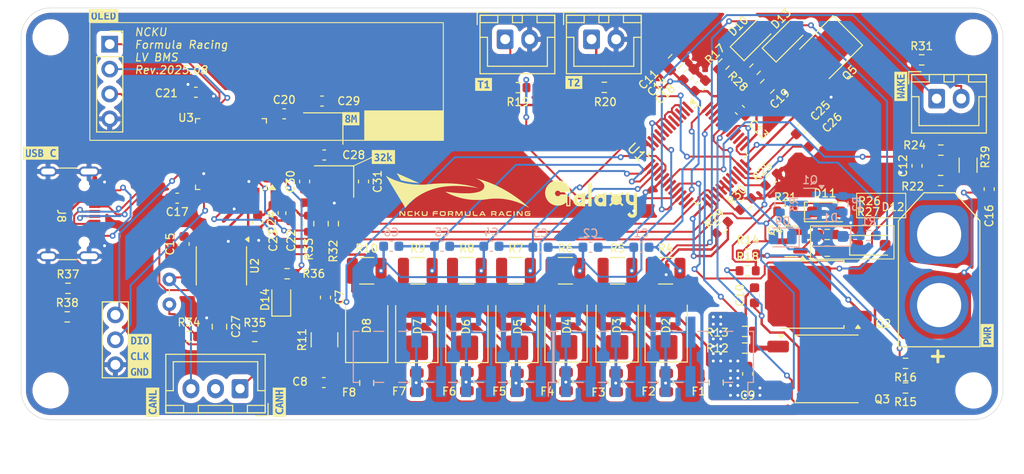
<source format=kicad_pcb>
(kicad_pcb (version 20221018) (generator pcbnew)
  (layers (0 "F.Cu" signal) (31 "B.Cu" signal) (34 "B.Paste" user) (35 "F.Paste" user) (36 "B.SilkS" user "B.Silkscreen") (37 "F.SilkS" user "F.Silkscreen") (38 "B.Mask" user) (39 "F.Mask" user) (44 "Edge.Cuts" user))
  (net 0 "")
  (net 1 "/VC_A7")
  (net 2 "/VC_A6")
  (net 3 "/VC_A5")
  (net 4 "/VC_A4")
  (net 5 "/VC_A3")
  (net 6 "/VC_A2")
  (net 7 "/VC_A1")
  (net 8 "/VC_A0")
  (net 9 "GND")
  (net 10 "/CELL_A7")
  (net 11 "Net-(C10-Pad1)")
  (net 12 "Net-(U1-BAT)")
  (net 13 "Net-(U1-SRN)")
  (net 14 "Net-(U1-SRP)")
  (net 15 "CP1")
  (net 16 "+5V")
  (net 17 "-VDC")
  (net 18 "+3V3")
  (net 19 "Net-(Q5-B)")
  (net 20 "Net-(C27-Pad2)")
  (net 21 "Net-(U3-PD0)")
  (net 22 "Net-(U3-PD1)")
  (net 23 "/LSE_IN")
  (net 24 "/LSE_OUT")
  (net 25 "Net-(D1-K)")
  (net 26 "Net-(D2-A1)")
  (net 27 "Net-(D10-A)")
  (net 28 "Net-(D3-A1)")
  (net 29 "Net-(D4-A1)")
  (net 30 "Net-(D5-A1)")
  (net 31 "Net-(D6-A1)")
  (net 32 "Net-(D7-A1)")
  (net 33 "Net-(D8-A1)")
  (net 34 "Net-(D9-K)")
  (net 35 "Net-(D10-K)")
  (net 36 "Net-(D11-K)")
  (net 37 "Net-(D11-A)")
  (net 38 "Net-(D12-K)")
  (net 39 "Net-(D13-K)")
  (net 40 "CD")
  (net 41 "Net-(D14-A)")
  (net 42 "/CELL_A6")
  (net 43 "/CELL_A5")
  (net 44 "/CELL_A4")
  (net 45 "/CELL_A3")
  (net 46 "/CELL_A2")
  (net 47 "/CELL_A1")
  (net 48 "Net-(J1-Pin_1)")
  (net 49 "Net-(J2-Pin_1)")
  (net 50 "CAN_N")
  (net 52 "CAN_P")
  (net 53 "Net-(J5-Pin_1)")
  (net 54 "Net-(J5-Pin_2)")
  (net 55 "SDA")
  (net 56 "SCL")
  (net 57 "SWDIO")
  (net 58 "SWCLK")
  (net 59 "unconnected-(J8-VBUS-PadA4)")
  (net 60 "Net-(J8-CC1)")
  (net 61 "USB_D+")
  (net 62 "USB_D-")
  (net 64 "Net-(J8-CC2)")
  (net 66 "Net-(JP1-B)")
  (net 67 "Net-(Q1-D)")
  (net 68 "Net-(Q2-G)")
  (net 69 "Net-(Q4-G)")
  (net 70 "DSG")
  (net 71 "Net-(Q5-C)")
  (net 72 "FUSE")
  (net 73 "CHG")
  (net 74 "PACK")
  (net 75 "LD")
  (net 76 "TS1")
  (net 77 "TS3")
  (net 78 "Net-(U1-RST_SHUT)")
  (net 79 "Net-(U1-ALERT)")
  (net 80 "Net-(U1-HDQ)")
  (net 81 "Net-(U1-SCL)")
  (net 82 "Net-(U1-SDA)")
  (net 83 "RUN_LED")
  (net 97 "Net-(Q5-E)")
  (net 98 "CAN_TX")
  (net 99 "CAN_RX")
  (net 124 "Net-(J3-Pin_2)")
  (footprint "kibuzzard-6889FD3D" (layer "F.Cu") (at 83.4 113.3)
    (fp_text reference "kibuzzard-6889FD3D" hide)
    (fp_text value "G***" hide)
  )
  (footprint "Capacitor_SMD:C_0603_1608Metric" (layer "F.Cu") (at 173.6 130.975 90)
    (fp_text reference "C16")
    (fp_text value "100n")
  )
  (footprint "MountingHole:MountingHole_3.2mm_M3_DIN965" (layer "F.Cu") (at 78 115.5)
    (fp_text reference "H1" hide)
    (fp_text value "MountingHole")
  )
  (footprint "Package_SO:SOIC-8_3.9x4.9mm_P1.27mm" (layer "F.Cu") (at 95.4 138.8 -90)
    (fp_text reference "U2")
    (fp_text value "SN65HVD256D")
  )
  (footprint "Resistor_SMD:R_1206_3216Metric" (layer "F.Cu") (at 171.45 128.5375 90)
    (fp_text reference "R39")
    (fp_text value "PMR18EZPJV1L0")
  )
  (footprint "Package_QFP:TQFP-48_7x7mm_P0.5mm" (layer "F.Cu") (at 143.9 127.5 -45)
    (fp_text reference "U1")
    (fp_text value "BQ76942PFBR")
  )
  (footprint "Resistor_SMD:R_0603_1608Metric" (layer "F.Cu") (at 165.075 151.25 180)
    (fp_text reference "R15")
    (fp_text value "10k")
  )
  (footprint "Resistor_SMD:R_0603_1608Metric" (layer "F.Cu") (at 148.8 132.5 45)
    (fp_text reference "R30")
    (fp_text value "1k")
  )
  (footprint "Resistor_SMD:R_1210_3225Metric" (layer "F.Cu") (at 140.6375 139.3)
    (fp_text reference "R4")
    (fp_text value "100R")
  )
  (footprint "Fuse:Fuse_0805_2012Metric" (layer "F.Cu") (at 135.6 150.7 90)
    (fp_text reference "F3")
    (fp_text value "0.5A Fuse")
  )
  (footprint "Fuse:Fuse_0805_2012Metric" (layer "F.Cu") (at 115.3 150.6625 90)
    (fp_text reference "F7")
    (fp_text value "0.5A Fuse")
  )
  (footprint "Connector_PinSocket_2.54mm:PinSocket_1x04_P2.54mm_Vertical" (layer "F.Cu") (at 84.025 116.2)
    (fp_text reference "J6" hide)
    (fp_text value "Conn_OLED")
  )
  (footprint "kibuzzard-6889FD5F" (layer "F.Cu") (at 108.6 123.8)
    (fp_text reference "kibuzzard-6889FD5F" hide)
    (fp_text value "G***" hide)
  )
  (footprint "Resistor_SMD:R_0603_1608Metric" (layer "F.Cu") (at 149.025 137.6025)
    (fp_text reference "R14")
    (fp_text value "10k")
  )
  (footprint "Capacitor_SMD:C_0603_1608Metric" (layer "F.Cu") (at 100.675 133.4 -90)
    (fp_text reference "C23")
    (fp_text value "100n")
  )
  (footprint "Package_TO_SOT_SMD:SOT-23" (layer "F.Cu") (at 153.4375 136.3 180)
    (fp_text reference "Q4")
    (fp_text value "2N7002")
  )
  (footprint "Resistor_SMD:R_0603_1608Metric" (layer "F.Cu") (at 146.4 134.9 -135)
    (fp_text reference "R29")
    (fp_text value "1k")
  )
  (footprint "Crystal:Crystal_SMD_SeikoEpson_FA238-4Pin_3.2x2.5mm" (layer "F.Cu") (at 106.875 130.2 180)
    (fp_text reference "Y2" hide)
    (fp_text value "32.768k")
  )
  (footprint "LED_SMD:LED_0805_2012Metric" (layer "F.Cu") (at 101.5 142.2375 90)
    (fp_text reference "D14")
    (fp_text value "RUN_GREEN")
  )
  (footprint "Fuse:Fuse_0805_2012Metric" (layer "F.Cu") (at 140.7 150.7 90)
    (fp_text reference "F2")
    (fp_text value "0.5A Fuse")
  )
  (footprint "Capacitor_SMD:C_0603_1608Metric" (layer "F.Cu") (at 154.5 124.8 45)
    (fp_text reference "C25")
    (fp_text value "22n")
  )
  (footprint "Capacitor_SMD:C_0603_1608Metric" (layer "F.Cu") (at 155.8 126.1 45)
    (fp_text reference "C26")
    (fp_text value "22n")
  )
  (footprint "kibuzzard-6889FD0D" (layer "F.Cu") (at 87.1 148)
    (fp_text reference "kibuzzard-6889FD0D" hide)
    (fp_text value "G***" hide)
  )
  (footprint "Capacitor_SMD:C_0603_1608Metric" (layer "F.Cu") (at 92.8 121.1 180)
    (fp_text reference "C21")
    (fp_text value "100n")
  )
  (footprint "Capacitor_SMD:C_0603_1608Metric" (layer "F.Cu") (at 148.2 122.9 -45)
    (fp_text reference "C13")
    (fp_text value "470n")
  )
  (footprint "Resistor_SMD:R_0603_1608Metric" (layer "F.Cu") (at 146.5799 118.2201 -135)
    (fp_text reference "R17")
    (fp_text value "100R")
  )
  (footprint "Capacitor_SMD:C_0603_1608Metric" (layer "F.Cu") (at 101.8 123.3)
    (fp_text reference "C20")
    (fp_text value "100n")
  )
  (footprint "Capacitor_SMD:C_0603_1608Metric" (layer "F.Cu") (at 105.65 122 180)
    (fp_text reference "C29")
    (fp_text value "20p")
  )
  (footprint "Diode_SMD:D_SMB" (layer "F.Cu") (at 110.2 145 90)
    (fp_text reference "D8")
    (fp_text value "SMBJ55.0CA")
  )
  (footprint "Connector_JST:JST_XH_B2B-XH-A_1x02_P2.50mm_Vertical" (layer "F.Cu") (at 124.3 115.7)
    (fp_text reference "J1" hide)
    (fp_text value "Conn_T1")
  )
  (footprint "kibuzzard-6889FD6C" (layer "F.Cu") (at 111.9 127.7)
    (fp_text reference "kibuzzard-6889FD6C" hide)
    (fp_text value "G***" hide)
  )
  (footprint "Fuse:Fuse_0805_2012Metric" (layer "F.Cu") (at 130.5 150.6 90)
    (fp_text reference "F4")
    (fp_text value "0.5A Fuse")
  )
  (footprint "Resistor_SMD:R_0603_1608Metric" (layer "F.Cu") (at 149.75 118.75 45)
    (fp_text reference "R28")
    (fp_text value "100R")
  )
  (footprint "Fuse:Fuse_0805_2012Metric" (layer "F.Cu") (at 110.2 150.7375 90)
    (fp_text reference "F8")
    (fp_text value "0.5A Fuse")
  )
  (footprint "Resistor_SMD:R_0603_1608Metric" (layer "F.Cu") (at 166.725 117.8 180)
    (fp_text reference "R31")
    (fp_text value "10k")
  )
  (footprint "Diode_SMD:D_SMB" (layer "F.Cu") (at 140.7 144.95 90)
    (fp_text reference "D2")
    (fp_text value "SMBJ55.0CA")
  )
  (footprint "MountingHole:MountingHole_3.2mm_M3_DIN965" (layer "F.Cu") (at 172 151.5)
    (fp_text reference "H3" hide)
    (fp_text value "MountingHole")
  )
  (footprint "Diode_SMD:D_PowerDI-5" (layer "F.Cu") (at 156.5 117.5 -135)
    (fp_text reference "Q5")
    (fp_text value "DXT5551P5")
  )
  (footprint "Fuse:Fuse_0805_2012Metric" (layer "F.Cu") (at 145.8 150.7 90)
    (fp_text reference "F1")
    (fp_text value "0.5A Fuse")
  )
  (footprint "Resistor_SMD:R_1210_3225Metric" (layer "F.Cu") (at 115.4 139.3)
    (fp_text reference "R9")
    (fp_text value "100R")
  )
  (footprint "Capacitor_SMD:C_0805_2012Metric" (layer "F.Cu") (at 141.623 117.952 45)
    (fp_text reference "C11")
    (fp_text value "1u")
  )
  (footprint "Capacitor_SMD:C_0603_1608Metric" (layer "F.Cu") (at 109.875 130.2 -90)
    (fp_text reference "C31")
    (fp_text value "20p")
  )
  (footprint "Resistor_SMD:R_0603_1608Metric" (layer "F.Cu") (at 148.7 147.1825)
    (fp_text reference "R12")
    (fp_text value "10M")
  )
  (footprint "Capacitor_SMD:C_0603_1608Metric" (layer "F.Cu") (at 99.1 134.375 -90)
    (fp_text reference "C24")
    (fp_text value "100n")
  )
  (footprint "Resistor_SMD:R_0603_1608Metric" (layer "F.Cu") (at 92.1 146)
    (fp_text reference "R34")
    (fp_text value "60R")
  )
  (footprint "Resistor_SMD:R_0603_1608Metric" (layer "F.Cu") (at 157.1 137.3)
    (fp_text reference "R27")
    (fp_text value "10M")
  )
  (footprint "Capacitor_SMD:C_0603_1608Metric" (layer "F.Cu") (at 90.9 131.9)
    (fp_text reference "C17")
    (fp_text value "100n")
  )
  (footprint "Connector_JST:JST_XH_B2B-XH-A_1x02_P2.50mm_Vertical" (layer "F.Cu") (at 133.1 115.7)
    (fp_text reference "J2" hide)
    (fp_text value "Conn_T2")
  )
  (footprint "Diode_SMD:D_SMB" (layer "F.Cu") (at 115.3 145 90)
    (fp_text reference "D7")
    (fp_text value "SMBJ55.0CA")
  )
  (footprint "Capacitor_SMD:C_0603_1608Metric" (layer "F.Cu") (at 149.7 141.8025 -90)
    (fp_text reference "C10")
    (fp_text value "100n")
  )
  (footprint "Resistor_SMD:R_1210_3225Metric" (layer "F.Cu") (at 110.2 139.3)
    (fp_text reference "R10")
    (fp_text value "100R")
  )
  (footprint "Resistor_SMD:R_0603_1608Metric" (layer "F.Cu") (at 168.65 130.1)
    (fp_text reference "R22")
    (fp_text value "100")
  )
  (footprint "Diode_SMD:D_SOD-123F" (layer "F.Cu") (at 157 133.3)
    (fp_text reference "D11")
    (fp_text value "BAT46W-7-F")
  )
  (footprint "Connector_JST:JST_XH_B2B-XH-A_1x02_P2.50mm_Vertical" (layer "F.Cu") (at 168.25 121.75)
    (fp_text reference "J5" hide)
    (fp_text value "Conn_WAKE")
  )
  (footprint "MountingHole:MountingHole_3.2mm_M3_DIN965" (layer "F.Cu") (at 172 115.5)
    (fp_text reference "H2" hide)
    (fp_text value "MountingHole")
  )
  (footprint "Capacitor_SMD:C_0805_2012Metric" (layer "F.Cu") (at 95.2 145 -90)
    (fp_text reference "C27")
    (fp_text value "1u")
  )
  (footprint "Package_QFP:LQFP-48_7x7mm_P0.5mm" (layer "F.Cu") (at 96.375 127.4 180)
    (fp_text reference "U3")
    (fp_text value "STM32F103C8Tx")
  )
  (footprint "Resistor_SMD:R_0603_1608Metric" (layer "F.Cu") (at 157.1 135.6 180)
    (fp_text reference "R26")
    (fp_text value "10k")
  )
  (footprint "Capacitor_SMD:C_0805_2012Metric" (layer "F.Cu") (at 151 120.5 45)
    (fp_text reference "C19")
    (fp_text value "1u")
  )
  (footprint "Resistor_SMD:R_0603_1608Metric" (layer "F.Cu") (at 98.8 146 180)
    (fp_text reference "R35")
    (fp_text value "60R")
  )
  (footprint "Crystal:Crystal_SMD_SeikoEpson_FA238-4Pin_3.2x2.5mm" (layer "F.Cu") (at 105.775 124.8 180)
    (fp_text reference "Y1" hide)
    (fp_text value "8M")
  )
  (footprint "Resistor_SMD:R_0603_1608Metric" (layer "F.Cu") (at 104.29 134.5 -90)
    (fp_text reference "R33")
    (fp_text value "10k")
  )
  (footprint "Resistor_SMD:R_0603_1608Metric" (layer "F.Cu") (at 134.4 120.6)
    (fp_text reference "R20")
    (fp_text value "10k")
  )
  (footprint "Resistor_SMD:R_0603_1608Metric" (layer "F.Cu") (at 79.7 144)
    (fp_text reference "R38")
    (fp_text value "5k1")
  )
  (footprint "Connector_AMASS:AMASS_XT60-M_1x02_P7.20mm_Vertical" (layer "F.Cu") (at 168.5 135.6 -90)
    (fp_text reference "J3" hide)
    (fp_text value "Conn_PWR")
  )
  (footprint "kibuzzard-6889FCBA" (layer "F.Cu") (at 122.1 120.3)
    (fp_text reference "kibuzzard-6889FCBA" hide)
    (fp_text value "G***" hide)
  )
  (footprint "Resistor_SMD:R_1210_3225Metric" (layer "F.Cu") (at 125.4 139.3)
    (fp_text reference "R7")
    (fp_text value "100R")
  )
  (footprint "Resistor_SMD:R_0603_1608Metric" (layer "F.Cu") (at 152.835 133.22)
    (fp_text reference "R21")
    (fp_text value "7k5")
  )
  (footprint "logo:galaxy_logo_10mm" (layer "F.Cu") (at 133.1 132)
    (fp_text reference "G***" hide)
    (fp_text value "LOGO" hide)
  )
  (footprint "Resistor_SMD:R_1210_3225Metric" (layer "F.Cu") (at 135.7375 139.3)
    (fp_text reference "R5")
    (fp_text value "100R")
  )
  (footprint "Resistor_SMD:R_0603_1608Metric" (layer "F.Cu") (at 168.675 127)
    (fp_text reference "R24")
    (fp_text value "100")
  )
  (footprint "Resistor_SMD:R_1210_3225Metric" (layer "F.Cu") (at 120.4 139.3)
    (fp_text reference "R8")
    (fp_text value "100R")
  )
  (footprint "Resistor_SMD:R_0603_1608Metric" (layer "F.Cu") (at 165.075 148.74 180)
    (fp_text reference "R16")
    (fp_text value "10k")
  )
  (footprint "Package_TO_SOT_SMD:TO-252-2" (layer "F.Cu") (at 157.14 149.3025)
    (fp_text reference "Q2")
    (fp_text value "DMN6040SK3")
  )
  (footprint "Resistor_SMD:R_0603_1608Metric" (layer "F.Cu") (at 149 139.3025)
    (fp_text reference "R18")
    (fp_text value "10M")
  )
  (footprint "Diode_SMD:D_SMB" (layer "F.Cu") (at 125.5 145 90)
    (fp_text reference "D5")
    (fp_text value "SMBJ55.0CA")
  )
  (footprint "Capacitor_SMD:C_0603_1608Metric" (layer "F.Cu") (at 144.148 120.452 45)
    (fp_text reference "C18")
    (fp_text value "100p")
  )
  (footprint "Fuse:Fuse_0805_2012Metric" (layer "F.Cu") (at 125.5 150.7 90)
    (fp_text reference "F5")
    (fp_text value "0.5A Fuse")
  )
  (footprint "PCM_Jumper_AKL:Jumper_P2.54mm_D0.7mm" (layer "F.Cu") (at 90.1 140.18 -90)
    (fp_text reference "JP1" hide)
    (fp_text value "Jumper_2_Open")
  )
  (footprint "Diode_SMD:D_SMB" (layer "F.Cu") (at 130.5 144.95 90)
    (fp_text reference "D4")
    (fp_text value "SMBJ55.0CA")
  )
  (footprint "Capacitor_SMD:C_0603_1608Metric" (layer "F.Cu") (at 142.971 119.304 45)
    (fp_text reference "C14")
    (fp_text value "470n")
  )
  (footprint "Fuse:Fuse_0805_2012Metric" (layer "F.Cu") (at 120.4 150.6 90)
    (fp_text reference "F6")
    (fp_text value "0.5A Fuse")
  )
  (footprint "Connector_PinHeader_2.54mm:PinHeader_1x03_P2.54mm_Vertical" (layer "F.Cu") (at 84.6 143.8)
    (fp_text reference "J7" hide)
    (fp_text value "PROG")
  )
  (footprint "Package_TO_SOT_SMD:TO-252-2" (layer "F.Cu") (at 155.5 141.705 180)
    (fp_text reference "Q3")
    (fp_text value "DMN6040SK3")
  )
  (footprint "kibuzzard-6889FCDE" (layer "F.Cu") (at 173.4 145.9 90)
    (fp_text reference "kibuzzard-6889FCDE" hide)
    (fp_text value "G***" hide)
  )
  (footprint "MountingHole:MountingHole_3.2mm_M3_DIN965" (layer "F.Cu") (at 78 151.5)
    (fp_text reference "H4" hide)
    (fp_text value "MountingHole")
  )
  (footprint "Capacitor_SMD:C_0603_1608Metric" (layer "F.Cu") (at 149 149.8075 90)
    (fp_text reference "C9")
    (fp_text value "100n")
  )
  (footprint "Capacitor_SMD:C_0603_1608Metric" (layer "F.Cu") (at 91.6 136.575 90)
    (fp_text reference "C15")
    (fp_text value "100n")
  )
  (footprint "Diode_SMD:D_SMB" (layer "F.Cu") (at 120.4 145 90)
    (fp_text reference "D6")
    (fp_text value "SMBJ55.0CA")
  )
  (footprint "Resistor_SMD:R_0603_1608Metric" (layer "F.Cu") (at 148.7 145.4825)
    (fp_text reference "R13")
    (fp_text value "5k1")
  )
  (footprint "kibuzzard-6889FCCC" (layer "F.Cu") (at 164.6 120.5 90)
    (fp_text reference "kibuzzard-6889FCCC" hide)
    (fp_text value "G***" hide)
  )
  (footprint "Resistor_SMD:R_1210_3225Metric" (layer "F.Cu") (at 130.4375 139.3)
    (fp_text reference "R6")
    (fp_text value "100R")
  )
  (footprint "kibuzzard-6889FD35" (layer "F.Cu") (at 77 127.3)
    (fp_text reference "kibuzzard-6889FD35" hide)
    (fp_text value "G***" hide)
  )
  (footprint "Capacitor_SMD:C_0603_1608Metric" (layer "F.Cu") (at 106 142.025 -90)
    (fp_text reference "C7")
    (fp_text value "220n")
  )
  (footprint "Resistor_SMD:R_0603_1608Metric" (layer "F.Cu") (at 79.775 141.09)
    (fp_text reference "R37")
    (fp_text value "5k1")
  )
  (footprint "Resistor_SMD:R_0603_1608Metric" (layer "F.Cu") (at 151.4 130 -135)
    (fp_text reference "R25")
    (fp_text value "1k")
  )
  (footprint "Connector_USB:USB_C_Receptacle_GCT_USB4105-xx-A_16P_TopMnt_Horizontal" (layer "F.Cu") (at 78.82 133.5 -90)
    (fp_text reference "J8")
    (fp_text value "USB_C_Receptacle_USB2.0_16P")
  )
  (footprint "Diode_SMD:D_SOD-123F" (layer "F.Cu") (at 161.6 136.7)
    (fp_text reference "D12")
    (fp_text value "BAT46W-7-F")
  )
  (footprint "Capacitor_SMD:C_0603_1608Metric" (layer "F.Cu") (at 102.475 133.425 -90)
    (fp_text reference "C22")
    (fp_text value "100n")
  )
  (footprint "logo:nckufs_logo_15mm" (layer "F.Cu") (at 119.5 131.5)
    (fp_text reference "G***" hide)
    (fp_text value "LOGO" hide)
  )
  (footprint "Diode_SMD:D_SMB" (layer "F.Cu") (at 135.7 144.95 90)
    (fp_text reference "D3")
    (fp_text value "SMBJ55.0CA")
  )
  (footprint "Resistor_SMD:R_1210_3225Metric" (layer "F.Cu") (at 105.9 146.3375 90)
    (fp_text reference "R11")
    (fp_text value "100R")
  )
  (footprint "Capacitor_SMD:C_0603_1608Metric" (layer "F.Cu") (at 105.875 127.5)
    (fp_text reference "C28")
    (fp_text value "20p")
  )
  (footprint "kibuzzard-6889FCFB" (layer "F.Cu") (at 88.4 152.7 90)
    (fp_text reference "kibuzzard-6889FCFB" hide)
    (fp_text value "G***" hide)
  )
  (footprint "Capacitor_SMD:C_0603_1608Metric" (layer "F.Cu") (at 166.25 128.6 90)
    (fp_text reference "C12")
    (fp_text value "100n")
  )
  (footprint "Capacitor_SMD:C_0603_1608Metric" (layer "F.Cu") (at 105.825 150.7)
    (fp_text reference "C8")
    (fp_text value "220n")
  )
  (footprint "kibuzzard-6889FCC4" (layer "F.Cu") (at 131.3 120.1)
    (fp_text reference "kibuzzard-6889FCC4" hide)
    (fp_text value "G***" hide)
  )
  (footprint "kibuzzard-6889FCF3" (layer "F.Cu") (at 101.3 152.7 90)
    (fp_text reference "kibuzzard-6889FCF3" hide)
    (fp_text value "G***" hide)
  )
  (footprint "Diode_SMD:D_SOD-123F" (layer "F.Cu") (at 149.4899 115.6101 45)
    (fp_text reference "D10")
    (fp_text value "BAT46W-7-F")
  )
  (footprint "Resistor_SMD:R_0603_1608Metric" (layer "F.Cu") (at 125.65 120.625)
    (fp_text reference "R19")
    (fp_text value "10k")
  )
  (footprint "Connector_JST:JST_XH_B3B-XH-A_1x03_P2.50mm_Vertical" (layer "F.Cu") (at 97.3 151.325 180)
    (fp_text reference "J4" hide)
    (fp_text value "Conn_CAN")
  )
  (footprint "Resistor_SMD:R_0603_1608Metric" (layer "F.Cu") (at 106.8 134.5 -90)
    (fp_text reference "R32")
    (fp_text value "10k")
  )
  (footprint "Capacitor_SMD:C_0603_1608Metric" (layer "F.Cu") (at 103.875 130.2 90)
    (fp_text reference "C30")
    (fp_text value "20p")
  )
  (footprint "Diode_SMD:D_SOD-123F" (layer "F.Cu") (at 152.75 115.75 45)
    (fp_text reference "D13")
    (fp_text value "BAT46W-7-F")
  )
  (footprint "Resistor_SMD:R_0603_1608Metric" (layer "F.Cu") (at 102.1 139.6)
    (fp_text reference "R36")
    (fp_text value "1k")
  )
  (footprint "Resistor_SMD:R_0603_1608Metric" (layer "B.Cu") (at 161.325 135.7 180)
    (fp_text reference "R1")
    (fp_text value "5k1")
  )
  (footprint "Capacitor_SMD:C_0603_1608Metric" (layer "B.Cu") (at 122.9 136.8 180)
    (fp_text reference "C4")
    (fp_text value "220n")
  )
  (footprint "Package_TO_SOT_SMD:SOT-23" (layer "B.Cu") (at 155.3625 132.45 180)
    (fp_text reference "Q1")
    (fp_text value "2N7002")
  )
  (footprint "Connector_PinHeader_2.54mm:PinHeader_2x08_P2.54mm_Vertical_SMD" (layer "B.Cu") (at 119.05 148.075 90)
    (fp_text reference "J10" hide)
    (fp_text value "Conn_02x08_Counter_Clockwise")
  )
  (footprint "Resistor_SMD:R_0603_1608Metric" (layer "B.Cu") (at 158.7 132.5 90)
    (fp_text reference "R2")
    (fp_text value "20k")
  )
  (footprint "Diode_SMD:D_SOD-123F" (layer "B.Cu") (at 157.3 135.8 180)
    (fp_text reference "D1")
    (fp_text value "BZT52C6V2-13-F")
  )
  (footprint "Capacitor_SMD:C_0603_1608Metric" (layer "B.Cu") (at 117.875 136.8 180)
    (fp_text reference "C5")
    (fp_text value "220n")
  )
  (footprint "LED_SMD:LED_0805_2012Metric" (layer "B.Cu") (at 152.5625 135.9 180)
    (fp_text reference "D9")
    (fp_text value "PWR_LED")
  )
  (footprint "Capacitor_SMD:C_0603_1608Metric" (layer "B.Cu") (at 138.175 136.9 180)
    (fp_text reference "C1")
    (fp_text value "220n")
  )
  (footprint "Resistor_SMD:R_0603_1608Metric" (layer "B.Cu") (at 152.3 132.525 90)
    (fp_text reference "R3")
    (fp_text value "10k")
  )
  (footprint "Capacitor_SMD:C_0603_1608Metric" (layer "B.Cu") (at 127.9 136.9 180)
    (fp_text reference "C3")
    (fp_text value "220n")
  )
  (footprint "Connector_PinHeader_2.54mm:PinHeader_2x08_P2.54mm_Vertical_SMD" (layer "B.Cu") (at 139.37 148.075 90)
    (fp_text reference "J9" hide)
    (fp_text value "Conn_02x08_Counter_Clockwise")
  )
  (footprint "Capacitor_SMD:C_0603_1608Metric" (layer "B.Cu") (at 112.7 136.8 180)
    (fp_text reference "C6")
    (fp_text value "220n")
  )
  (footprint "Capacitor_SMD:C_0603_1608Metric" (layer "B.Cu") (at 133 136.9 180)
    (fp_text reference "C2")
    (fp_text value "220n")
  )
  (gr_line (start 110.8 127.7) (end 108.875 128.6) (stroke (width 0.1)) (layer "F.SilkS"))
  (gr_rect (start 155.4 134.7) (end 163.9 138.1) (stroke (width 0.1)) (fill none) (layer "F.SilkS"))
  (gr_rect (start 160.1 131.4) (end 165.1 133.9) (stroke (width 0.1)) (fill none) (layer "F.SilkS"))
  (gr_rect (start 82 114) (end 118 126) (stroke (width 0.1)) (fill none) (layer "F.SilkS"))
  (gr_rect (start 110 123) (end 118 126) (stroke (width 0.1)) (fill solid) (layer "F.SilkS"))
  (gr_line (start 78 112.5) (end 172 112.5) (stroke (width 0.05)) (layer "Edge.Cuts"))
  (gr_line (start 75 151.5) (end 75 115.5) (stroke (width 0.05)) (layer "Edge.Cuts"))
  (gr_line (start 175 115.5) (end 175 151.5) (stroke (width 0.05)) (layer "Edge.Cuts"))
  (gr_arc (start 75 115.5) (mid 75.87868 113.37868) (end 78 112.5) (stroke (width 0.05)) (layer "Edge.Cuts"))
  (gr_line (start 172 154.5) (end 78 154.5) (stroke (width 0.05)) (layer "Edge.Cuts"))
  (gr_arc (start 78 154.5) (mid 75.87868 153.62132) (end 75 151.5) (stroke (width 0.05)) (layer "Edge.Cuts"))
  (gr_arc (start 175 151.5) (mid 174.12132 153.62132) (end 172 154.5) (stroke (width 0.05)) (layer "Edge.Cuts"))
  (gr_arc (start 172 112.5) (mid 174.12132 113.37868) (end 175 115.5) (stroke (width 0.05)) (layer "Edge.Cuts"))
  (gr_text "+" (at 169.5 148.8) (layer "F.SilkS") (effects (font (size 1.5 1.5) (thickness 0.3) bold) (justify left bottom mirror)))
  (gr_text "NCKU\nFormula Racing\nLV BMS\nRev.2025.08" (at 86.5 119.3) (layer "F.SilkS") (effects (font (size 0.8 0.8) (thickness 0.12) italic) (justify left bottom)))
  (segment (start 143.3 124.2109) (end 144.8988 122.6121) (width 0.2) (layer "F.Cu") (net 1))
  (segment (start 143.3 125.1) (end 143.3 124.2109) (width 0.2) (layer "F.Cu") (net 1))
  (via (at 142.1 139.3) (size 0.6) (drill 0.3) (layers "F.Cu" "B.Cu") (net 1))
  (via (at 143.3 125.1) (size 0.6) (drill 0.3) (layers "F.Cu" "B.Cu") (net 1))
  (segment (start 138.95 136.9) (end 139.6693 136.9) (width 0.25) (layer "B.Cu") (net 1))
  (segment (start 143.5012 125.3012) (end 143.5012 127.8256) (width 0.2) (layer "B.Cu") (net 1))
  (segment (start 142.3591 128.9677) (end 142.3591 134.2102) (width 0.2) (layer "B.Cu") (net 1))
  (segment (start 139.7 136.9) (end 142.1 139.3) (width 0.25) (layer "B.Cu") (net 1))
  (segment (start 139.6693 136.9) (end 139.7 136.9) (width 0.25) (layer "B.Cu") (net 1))
  (segment (start 143.5012 127.8256) (end 142.3591 128.9677) (width 0.2) (layer "B.Cu") (net 1))
  (segment (start 143.3 125.1) (end 143.5012 125.3012) (width 0.2) (layer "B.Cu") (net 1))
  (segment (start 142.3591 134.2102) (end 139.6693 136.9) (width 0.2) (layer "B.Cu") (net 1))
  (segment (start 139.66 124.3206) (end 140.4263 125.087) (width 0.2) (layer "F.Cu") (net 2))
  (segment (start 141.2789 123.1111) (end 141.8406 123.6728) (width 0.2) (layer "F.Cu") (net 2))
  (segment (start 139.5909 124.2516) (end 139.66 124.3206) (width 0.2) (layer "F.Cu") (net 2))
  (segment (start 141.2789 123.1111) (end 141.2789 122.7588) (width 0.2) (layer "F.Cu") (net 2))
  (segment (start 141.9904 122.4084) (end 142.5477 122.9657) (width 0.2) (layer "F.Cu") (net 2))
  (segment (start 140.9117 123.1111) (end 141.2789 123.1111) (width 0.2) (layer "F.Cu") (net 2))
  (segment (start 140.5743 123.8208) (end 141.1334 124.3799) (width 0.2) (layer "F.Cu") (net 2))
  (segment (start 139.66 124.3206) (end 140.1598 123.8208) (width 0.2) (layer "F.Cu") (net 2))
  (segment (start 140.1598 123.8208) (end 140.5743 123.8208) (width 0.2) (layer "F.Cu") (net 2))
  (segment (start 141.2789 122.7588) (end 141.6293 122.4084) (width 0.2) (layer "F.Cu") (net 2))
  (segment (start 141.6293 122.4084) (end 141.9904 122.4084) (width 0.2) (layer "F.Cu") (net 2))
  (segment (start 140.5743 123.8208) (end 140.5743 123.4485) (width 0.2) (layer "F.Cu") (net 2))
  (segment (start 140.5743 123.4485) (end 140.9117 123.1111) (width 0.2) (layer "F.Cu") (net 2))
  (segment (start 139.2691 124.2516) (end 139.5909 124.2516) (width 0.2) (layer "F.Cu") (net 2))
  (via (at 137.2 139.3) (size 0.6) (drill 0.3) (layers "F.Cu" "B.Cu") (net 2))
  (via (at 139.2691 124.2516) (size 0.6) (drill 0.3) (layers "F.Cu" "B.Cu") (net 2))
  (segment (start 137.4 139.1) (end 137.2 139.3) (width 0.25) (layer "B.Cu") (net 2))
  (segment (start 137.4 136.9) (end 137.4 139.1) (width 0.25) (layer "B.Cu") (net 2))
  (segment (start 135.9457 136.9) (end 137.4 136.9) (width 0.25) (layer "B.Cu") (net 2))
  (segment (start 139.2691 133.5766) (end 139.2691 124.2516) (width 0.2) (layer "B.Cu") (net 2))
  (segment (start 135.9457 136.9) (end 139.2691 133.5766) (width 0.2) (layer "B.Cu") (net 2))
  (segment (start 133.775 136.9) (end 135.9457 136.9) (width 0.25) (layer "B.Cu") (net 2))
  (segment (start 141.2135 126.9752) (end 140.9003 126.9752) (width 0.2) (layer "F.Cu") (net 3))
  (segment (start 140.9003 126.9752) (end 139.7192 125.7941) (width 0.2) (layer "F.Cu") (net 3))
  (via (at 131.9 139.3) (size 0.6) (drill 0.3) (layers "F.Cu" "B.Cu") (net 3))
  (via (at 141.2135 126.9752) (size 0.6) (drill 0.3) (layers "F.Cu" "B.Cu") (net 3))
  (segment (start 132.225 138.975) (end 131.9 139.3) (width 0.25) (layer "B.Cu") (net 3))
  (segment (start 133.9154 139.9158) (end 132.225 138.2254) (width 0.2) (layer "B.Cu") (net 3))
  (segment (start 128.675 136.9) (end 132.225 136.9) (width 0.25) (layer "B.Cu") (net 3))
  (segment (start 132.225 138.2254) (end 132.225 138.975) (width 0.25) (layer "B.Cu") (net 3))
  (segment (start 138.175 139.1746) (end 137.4338 139.9158) (width 0.2) (layer "B.Cu") (net 3))
  (segment (start 132.225 136.9) (end 132.225 138.2254) (width 0.25) (layer "B.Cu") (net 3))
  (segment (start 138.175 136.0318) (end 138.175 139.1746) (width 0.2) (layer "B.Cu") (net 3))
  (segment (start 141.2135 132.9933) (end 138.175 136.0318) (width 0.2) (layer "B.Cu") (net 3))
  (segment (start 141.2135 126.9752) (end 141.2135 132.9933) (width 0.2) (layer "B.Cu") (net 3))
  (segment (start 137.4338 139.9158) (end 133.9154 139.9158) (width 0.2) (layer "B.Cu") (net 3))
  (segment (start 136.4366 126.5012) (end 139.0121 126.5012) (width 0.2) (layer "F.Cu") (net 4))
  (segment (start 132.1378 130.8) (end 136.4366 126.5012) (width 0.2) (layer "F.Cu") (net 4))
  (segment (start 126.862 139.3) (end 126.8625 139.3) (width 0.2) (layer "F.Cu") (net 4))
  (segment (start 131.9 130.8) (end 132.1378 130.8) (width 0.2) (layer "F.Cu") (net 4))
  (via (at 126.862 139.3) (size 0.6) (drill 0.3) (layers "F.Cu" "B.Cu") (net 4))
  (via (at 131.9 130.8) (size 0.6) (drill 0.3) (layers "F.Cu" "B.Cu") (net 4))
  (segment (start 131.9 130.8) (end 131.5 130.8) (width 0.2) (layer "B.Cu") (net 4))
  (segment (start 131.5 130.8) (end 127.125 135.175) (width 0.2) (layer "B.Cu") (net 4))
  (segment (start 127.125 139.038) (end 126.862 139.3) (width 0.25) (layer "B.Cu") (net 4))
  (segment (start 127.125 136.9) (end 127.125 139.038) (width 0.25) (layer "B.Cu") (net 4))
  (segment (start 127.125 135.175) (end 127.125 136.9) (width 0.2) (layer "B.Cu") (net 4))
  (segment (start 127.025 136.8) (end 127.125 136.9) (width 0.25) (layer "B.Cu") (net 4))
  (segment (start 123.675 136.8) (end 127.025 136.8) (width 0.25) (layer "B.Cu") (net 4))
  (segment (start 136.7 129.4) (end 138.1109 129.4) (width 0.2) (layer "F.Cu") (net 5))
  (segment (start 138.1109 129.4) (end 139.0121 128.4988) (width 0.2) (layer "F.Cu") (net 5))
  (segment (start 121.862 139.3) (end 121.8625 139.3) (width 0.2) (layer "F.Cu") (net 5))
  (via (at 121.862 139.3) (size 0.6) (drill 0.3) (layers "F.Cu" "B.Cu") (net 5))
  (via (at 136.7 129.4) (size 0.6) (drill 0.3) (layers "F.Cu" "B.Cu") (net 5))
  (segment (start 122.125 139.038) (end 121.862 139.3) (width 0.25) (layer "B.Cu") (net 5))
  (segment (start 122.125 136.8) (end 122.125 139.038) (width 0.25) (layer "B.Cu") (net 5))
  (segment (start 118.65 136.8) (end 122.125 136.8) (width 0.25) (layer "B.Cu") (net 5))
  (segment (start 136.7 129.4) (end 136.4307 129.1307) (width 0.2) (layer "B.Cu") (net 5))
  (segment (start 129.7943 129.1307) (end 122.125 136.8) (width 0.2) (layer "B.Cu") (net 5))
  (segment (start 136.4307 129.1307) (end 129.7943 129.1307) (width 0.2) (layer "B.Cu") (net 5))
  (segment (start 116.862 139.3) (end 116.8625 139.3) (width 0.2) (layer "F.Cu") (net 6))
  (segment (start 138.018 130.2) (end 139.3657 128.8523) (width 0.2) (layer "F.Cu") (net 6))
  (segment (start 137.2 130.2) (end 138.018 130.2) (width 0.2) (layer "F.Cu") (net 6))
  (via (at 137.2 130.2) (size 0.6) (drill 0.3) (layers "F.Cu" "B.Cu") (net 6))
  (via (at 116.862 139.3) (size 0.6) (drill 0.3) (layers "F.Cu" "B.Cu") (net 6))
  (segment (start 117.1 139.062) (end 116.862 139.3) (width 0.25) (layer "B.Cu") (net 6))
  (segment (start 138.3161 129.0839) (end 138.3161 128.882171) (width 0.2) (layer "B.Cu") (net 6))
  (segment (start 125.4045 128.4955) (end 117.1 136.8) (width 0.2) (layer "B.Cu") (net 6))
  (segment (start 138.3161 128.882171) (end 137.929429 128.4955) (width 0.2) (layer "B.Cu") (net 6))
  (segment (start 115.6457 136.8) (end 117.1 136.8) (width 0.25) (layer "B.Cu") (net 6))
  (segment (start 113.475 136.8) (end 115.6457 136.8) (width 0.25) (layer "B.Cu") (net 6))
  (segment (start 137.2 130.2) (end 138.3161 129.0839) (width 0.2) (layer "B.Cu") (net 6))
  (segment (start 117.1 136.8) (end 117.1 139.062) (width 0.25) (layer "B.Cu") (net 6))
  (segment (start 137.929429 128.4955) (end 125.4045 128.4955) (width 0.2) (layer "B.Cu") (net 6))
  (segment (start 106 139.83) (end 106 141.25) (width 0.25) (layer "F.Cu") (net 7))
  (segment (start 108.18 137.65) (end 106 139.83) (width 0.25) (layer "F.Cu") (net 7))
  (segment (start 111.662 139.3) (end 110.012 137.65) (width 0.25) (layer "F.Cu") (net 7))
  (segment (start 110.012 137.65) (end 108.18 137.65) (width 0.25) (layer "F.Cu") (net 7))
  (segment (start 111.662 139.3) (end 111.6625 139.3) (width 0.2) (layer "F.Cu") (net 7))
  (segment (start 137.9698 130.9553) (end 139.7192 129.2059) (width 0.2) (layer "F.Cu") (net 7))
  (segment (start 137.8 130.9553) (end 137.9698 130.9553) (width 0.2) (layer "F.Cu") (net 7))
  (via (at 111.662 139.3) (size 0.6) (drill 0.3) (layers "F.Cu" "B.Cu") (net 7))
  (via (at 137.8 130.9553) (size 0.6) (drill 0.3) (layers "F.Cu" "B.Cu") (net 7))
  (segment (start 137.8 130.9553) (end 133.3536 130.9553) (width 0.2) (layer "B.Cu") (net 7))
  (segment (start 127.9 139.1643) (end 127.1172 139.9471) (width 0.2) (layer "B.Cu") (net 7))
  (segment (start 127.1172 139.9471) (end 113.6652 139.9471) (width 0.2) (layer "B.Cu") (net 7))
  (segment (start 111.925 138.2069) (end 111.925 139.038) (width 0.25) (layer "B.Cu") (net 7))
  (segment (start 127.9 136.4089) (end 127.9 139.1643) (width 0.2) (layer "B.Cu") (net 7))
  (segment (start 113.6652 139.9471) (end 111.925 138.2069) (width 0.2) (layer "B.Cu") (net 7))
  (segment (start 133.3536 130.9553) (end 127.9 136.4089) (width 0.2) (layer "B.Cu") (net 7))
  (segment (start 111.925 136.8) (end 111.925 138.2069) (width 0.25) (layer "B.Cu") (net 7))
  (segment (start 111.925 139.038) (end 111.662 139.3) (width 0.25) (layer "B.Cu") (net 7))
  (segment (start 140.6232 128.5809) (end 139.6442 127.6019) (width 0.2) (layer "F.Cu") (net 8))
  (segment (start 140.0728 129.5594) (end 140.6232 129.009) (width 0.2) (layer "F.Cu") (net 8))
  (segment (start 106.325 142.475) (end 106 142.8) (width 0.2) (layer "F.Cu") (net 8))
  (segment (start 106 142.8) (end 106 144.775) (width 0.25) (layer "F.Cu") (net 8))
  (segment (start 108.1382 142.475) (end 106.325 142.475) (width 0.2) (layer "F.Cu") (net 8))
  (segment (start 139.6442 127.6019) (end 136.1845 127.6019) (width 0.2) (layer "F.Cu") (net 8))
  (segment (start 105.05 150.7) (end 104.25 149.9) (width 0.25) (layer "F.Cu") (net 8))
  (segment (start 104.25 149.9) (end 104.25 146.525) (width 0.25) (layer "F.Cu") (net 8))
  (segment (start 106 144.775) (end 105.9 144.875) (width 0.25) (layer "F.Cu") (net 8))
  (segment (start 136.1845 127.6019) (end 136.0638 127.7226) (width 0.2) (layer "F.Cu") (net 8))
  (segment (start 104.25 146.525) (end 105.9 144.875) (width 0.25) (layer "F.Cu") (net 8))
  (segment (start 140.6232 129.009) (end 140.6232 128.5809) (width 0.2) (layer "F.Cu") (net 8))
  (via (at 136.0638 127.7226) (size 0.6) (drill 0.3) (layers "F.Cu" "B.Cu") (net 8))
  (via (at 108.1382 142.475) (size 0.6) (drill 0.3) (layers "F.Cu" "B.Cu") (net 8))
  (segment (start 119.1774 127.7226) (end 108.1382 138.7618) (width 0.2) (layer "B.Cu") (net 8))
  (segment (start 108.1382 138.7618) (end 108.1382 142.475) (width 0.2) (layer "B.Cu") (net 8))
  (segment (start 136.0638 127.7226) (end 119.1774 127.7226) (width 0.2) (layer "B.Cu") (net 8))
  (segment (start 94.125 123.2375) (end 94.125 121.975) (width 0.25) (layer "F.Cu") (net 9))
  (segment (start 94.125 123.238) (end 94.125 123.2375) (width 0.25) (layer "F.Cu") (net 9))
  (segment (start 97.125 131.5625) (end 97.125 132.575) (width 0.25) (layer "F.Cu") (net 9))
  (segment (start 92.025 121.1) (end 92.025 120.325) (width 0.25) (layer "F.Cu") (net 9))
  (segment (start 97.125 132.575) (end 96.7 133) (width 0.25) (layer "F.Cu") (net 9))
  (segment (start 139.03494 131.3044) (end 138.6 131.3044) (width 0.25) (layer "F.Cu") (net 9))
  (segment (start 102.575 123.3) (end 103.875 122) (width 0.25) (layer "F.Cu") (net 9))
  (segment (start 145.308684 137.1305) (end 141.99114 137.1305) (width 0.25) (layer "F.Cu") (net 9))
  (segment (start 101.529 126.65) (end 102.575 125.604) (width 0.25) (layer "F.Cu") (net 9))
  (segment (start 100.075 134.175) (end 100.675 134.175) (width 0.25) (layer "F.Cu") (net 9))
  (segment (start 140.426338 129.913002) (end 139.03494 131.3044) (width 0.25) (layer "F.Cu") (net 9))
  (segment (start 99.1 136.1) (end 99.2 136.2) (width 0.25) (layer "F.Cu") (net 9))
  (segment (start 106.725 129.4) (end 106.9 129.575) (width 0.25) (layer "F.Cu") (net 9))
  (segment (start 146.666555 130.620109) (end 147.963083 131.916637) (width 0.25) (layer "F.Cu") (net 9))
  (segment (start 93.35 129.65) (end 93.6 129.4) (width 0.25) (layer "F.Cu") (net 9))
  (segment (start 92.2125 129.65) (end 93.35 129.65) (width 0.25) (layer "F.Cu") (net 9))
  (segment (start 151.983363 129.416637) (end 151.983363 130.548009) (width 0.25) (layer "F.Cu") (net 9))
  (segment (start 105.775 129.4) (end 106.725 129.4) (width 0.25) (layer "F.Cu") (net 9))
  (segment (start 105.061 124) (end 106.661 125.6) (width 0.25) (layer "F.Cu") (net 9))
  (segment (start 95.2 144.05) (end 93.95 144.05) (width 0.25) (layer "F.Cu") (net 9))
  (segment (start 83.45 130.3) (end 83.5 130.25) (width 0.25) (layer "F.Cu") (net 9))
  (segment (start 99.1 135.15) (end 100.075 134.175) (width 0.25) (layer "F.Cu") (net 9))
  (segment (start 98.625 130.625) (end 98.2 130.2) (width 0.25) (layer "F.Cu") (net 9))
  (segment (start 94.125 121.975) (end 94.6 121.5) (width 0.25) (layer "F.Cu") (net 9))
  (segment (start 106.9 129.575) (end 106.9 132.4) (width 0.25) (layer "F.Cu") (net 9))
  (segment (start 103.9 129.4) (end 103.875 129.425) (width 0.25) (layer "F.Cu") (net 9))
  (segment (start 147.963083 131.916637) (end 149.383363 131.916637) (width 0.25) (layer "F.Cu") (net 9))
  (segment (start 151.671751 119.828249) (end 151.671751 119.971751) (width 0.25) (layer "F.Cu") (net 9))
  (segment (start 104.675 124) (end 105.061 124) (width 0.25) (layer "F.Cu") (net 9))
  (segment (start 103.875 122) (end 104.875 122) (width 0.25) (layer "F.Cu") (net 9))
  (segment (start 151.671751 119.971751) (end 152.8 121.1) (width 0.25) (layer "F.Cu") (net 9))
  (segment (start 82.5 136.7) (end 83.45 136.7) (width 0.25) (layer "F.Cu") (net 9))
  (segment (start 100.675 134.175) (end 102.45 134.175) (width 0.25) (layer "F.Cu") (net 9))
  (segment (start 145.816637 136.622547) (end 145.308684 137.1305) (width 0.25) (layer "F.Cu") (net 9))
  (segment (start 99.1 135.15) (end 99.1 136.1) (width 0.25) (layer "F.Cu") (net 9))
  (segment (start 98.625 131.5625) (end 98.625 130.625) (width 0.25) (layer "F.Cu") (net 9))
  (segment (start 96.075 136.325) (end 96.1 136.3) (width 0.25) (layer "F.Cu") (net 9))
  (segment (start 150.614735 131.916637) (end 149.383363 131.916637) (width 0.25) (layer "F.Cu") (net 9))
  (segment (start 105.775 129.4) (end 103.9 129.4) (width 0.25) (layer "F.Cu") (net 9))
  (segment (start 93.95 144.05) (end 93.9 144.1) (width 0.25) (layer "F.Cu") (net 9))
  (segment (start 102.575 125.604) (end 102.575 123.3) (width 0.25) (layer "F.Cu") (net 9))
  (segment (start 82.5 130.3) (end 83.45 130.3) (width 0.25) (layer "F.Cu") (net 9))
  (segment (start 96.035 136.325) (end 96.075 136.325) (width 0.25) (layer "F.Cu") (net 9))
  (segment (start 106.661 125.6) (end 106.875 125.6) (width 0.25) (layer "F.Cu") (net 9))
  (segment (start 140.7 138.42164) (end 140.7 139.7) (width 0.25) (layer "F.Cu") (net 9))
  (segment (start 151.983363 130.548009) (end 150.614735 131.916637) (width 0.25) (layer "F.Cu") (net 9))
  (segment (start 83.45 136.7) (end 83.5 136.75) (width 0.25) (layer "F.Cu") (net 9))
  (segment (start 100.538 126.65) (end 101.529 126.65) (width 0.25) (layer "F.Cu") (net 9))
  (segment (start 141.99114 137.1305) (end 140.7 138.42164) (width 0.25) (layer "F.Cu") (net 9))
  (segment (start 145.816637 135.483363) (end 145.816637 136.622547) (width 0.25) (layer "F.Cu") (net 9))
  (segment (start 146.666555 130.620109) (end 146.313002 130.973662) (width 0.25) (layer "F.Cu") (net 9))
  (segment (start 92.025 120.325) (end 92 120.3) (width 0.25) (layer "F.Cu") (net 9))
  (segment (start 102.45 134.175) (end 102.475 134.2) (width 0.25) (layer "F.Cu") (net 9))
  (via (at 98.2 130.2) (size 0.6) (drill 0.3) (layers "F.Cu" "B.Cu") (net 9))
  (via (at 99.2 136.2) (size 0.6) (drill 0.3) (layers "F.Cu" "B.Cu") (net 9))
  (via (at 83.5 136.75) (size 0.6) (drill 0.3) (layers "F.Cu" "B.Cu") (net 9))
  (via (at 106.9 132.4) (size 0.6) (drill 0.3) (layers "F.Cu" "B.Cu") (net 9))
  (via (at 159.5 134.4) (size 0.6) (drill 0.3) (layers "F.Cu" "B.Cu") (net 9))
  (via (at 96.7 133) (size 0.6) (drill 0.3) (layers "F.Cu" "B.Cu") (net 9))
  (via (at 83.5 130.25) (size 0.6) (drill 0.3) (layers "F.Cu" "B.Cu") (net 9))
  (via (at 140.7 139.7) (size 0.6) (drill 0.3) (layers "F.Cu" "B.Cu") (net 9))
  (via (at 93.9 144.1) (size 0.6) (drill 0.3) (layers "F.Cu" "B.Cu") (net 9))
  (via (at 138.6 131.3044) (size 0.6) (drill 0.3) (layers "F.Cu" "B.Cu") (net 9))
  (via (at 157.5 121.6) (size 0.6) (drill 0.3) (layers "F.Cu" "B.Cu") (net 9))
  (via (at 137.4 133.2) (size 0.6) (drill 0.3) (layers "F.Cu" "B.Cu") (net 9))
  (via (at 164.6 129.3) (size 0.6) (drill 0.3) (layers "F.Cu" "B.Cu") (net 9))
  (via (at 152.8 121.1) (size 0.6) (drill 0.3) (layers "F.Cu" "B.Cu") (net 9))
  (via (at 96.1 136.3) (size 0.6) (drill 0.3) (layers "F.Cu" "B.Cu") (net 9))
  (via (at 93.6 129.4) (size 0.6) (drill 0.3) (layers "F.Cu" "B.Cu") (net 9))
  (via (at 92 120.3) (size 0.6) (drill 0.3) (layers "F.Cu" "B.Cu") (net 9))
  (via (at 94.6 121.5) (size 0.6) (drill 0.3) (layers "F.Cu" "B.Cu") (net 9))
  (segment (start 158.7 133.325) (end 158.7 133.6) (width 0.25) (layer "B.Cu") (net 9))
  (segment (start 152.8 121.1) (end 153.3 121.6) (width 0.25) (layer "B.Cu") (net 9))
  (segment (start 158.7 133.6) (end 159.5 134.4) (width 0.25) (layer "B.Cu") (net 9))
  (segment (start 138.6 131.3044) (end 138.6 132) (width 0.25) (layer "B.Cu") (net 9))
  (segment (start 138.6 132) (end 137.4 133.2) (width 0.25) (layer "B.Cu") (net 9))
  (segment (start 153.3 121.6) (end 157.5 121.6) (width 0.25) (layer "B.Cu") (net 9))
  (via (at 145.5 144) (size 0.6) (drill 0.3) (layers "F.Cu" "B.Cu") (net 10))
  (via (at 146.25 147.75) (size 0.6) (drill 0.3) (layers "F.Cu" "B.Cu") (net 10))
  (via (at 149.5 152) (size 0.6) (drill 0.3) (layers "F.Cu" "B.Cu") (net 10))
  (via (at 148 151) (size 0.6) (drill 0.3) (layers "F.Cu" "B.Cu") (net 10))
  (via (at 147.25 149.5) (size 0.6) (drill 0.3) (layers "F.Cu" "B.Cu") (net 10))
  (via (at 147.25 151) (size 0.6) (drill 0.3) (layers "F.Cu" "B.Cu") (net 10))
  (via (at 150.25 152) (size 0.6) (drill 0.3) (layers "F.Cu" "B.Cu") (net 10))
  (via (at 146.25 144.75) (size 0.6) (drill 0.3) (layers "F.Cu" "B.Cu") (net 10))
  (via (at 145.5 145.5) (size 0.6) (drill 0.3) (layers "F.Cu" "B.Cu") (net 10))
  (via (at 148.75 152) (size 0.6) (drill 0.3) (layers "F.Cu" "B.Cu") (net 10))
  (via (at 148 150.25) (size 0.6) (drill 0.3) (layers "F.Cu" "B.Cu") (net 10))
  (via (at 146.25 144) (size 0.6) (drill 0.3) (layers "F.Cu" "B.Cu") (net 10))
  (via (at 145.5 147.75) (size 0.6) (drill 0.3) (layers "F.Cu" "B.Cu") (net 10))
  (via (at 148 149.5) (size 0.6) (drill 0.3) (layers "F.Cu" "B.Cu") (net 10))
  (via (at 148 148.5) (size 0.6) (drill 0.3) (layers "F.Cu" "B.Cu") (net 10))
  (via (at 147.25 150.25) (size 0.6) (drill 0.3) (layers "F.Cu" "B.Cu") (net 10))
  (via (at 147.25 148.5) (size 0.6) (drill 0.3) (layers "F.Cu" "B.Cu") (net 10))
  (via (at 145.5 144.75) (size 0.6) (drill 0.3) (layers "F.Cu" "B.Cu") (net 10))
  (via (at 146.25 145.5) (size 0.6) (drill 0.3) (layers "F.Cu" "B.Cu") (net 10))
  (via (at 148 152) (size 0.6) (drill 0.3) (layers "F.Cu" "B.Cu") (net 10))
  (via (at 147.25 152) (size 0.6) (drill 0.3) (layers "F.Cu" "B.Cu") (net 10))
  (via (at 145.5 147) (size 0.6) (drill 0.3) (layers "F.Cu" "B.Cu") (net 10))
  (via (at 145.5 146.25) (size 0.6) (drill 0.3) (layers "F.Cu" "B.Cu") (net 10))
  (via (at 146.25 147) (size 0.6) (drill 0.3) (layers "F.Cu" "B.Cu") (net 10))
  (via (at 150.25 151.25) (size 0.6) (drill 0.3) (layers "F.Cu" "B.Cu") (net 10))
  (via (at 146.25 146.25) (size 0.6) (drill 0.3) (layers "F.Cu" "B.Cu") (net 10))
  (via (at 145.5 148.5) (size 0.6) (drill 0.3) (layers "F.Cu" "B.Cu") (net 10))
  (via (at 146.25 148.5) (size 0.6) (drill 0.3) (layers "F.Cu" "B.Cu") (net 10))
  (segment (start 153.4487 151.5) (end 153.7 151.2487) (width 0.2) (layer "B.Cu") (net 10))
  (segment (start 153.7 141.5601) (end 150.3752 138.2353) (width 0.2) (layer "B.Cu") (net 10))
  (segment (start 153.7 151.2487) (end 153.7 141.5601) (width 0.2) (layer "B.Cu") (net 10))
  (segment (start 150.3752 137.1498) (end 151.625 135.9) (width 0.2) (layer "B.Cu") (net 10))
  (segment (start 150.3752 138.2353) (end 150.3752 137.1498) (width 0.2) (layer "B.Cu") (net 10))
  (segment (start 153.4487 151.5) (end 150.75 151.5) (width 0.2) (layer "B.Cu") (net 10))
  (segment (start 150.75 151.5) (end 150.25 152) (width 0.2) (layer "B.Cu") (net 10))
  (segment (start 149 149.032) (end 149 149.0325) (width 0.2) (layer "F.Cu") (net 11))
  (segment (start 148.8 141.928) (end 148.8 148.832) (width 0.25) (layer "F.Cu") (net 11))
  (segment (start 149.7 141.028) (end 148.8 141.928) (width 0.25) (layer "F.Cu") (net 11))
  (segment (start 149.7 141.028) (end 149.7 141.0275) (width 0.2) (layer "F.Cu") (net 11))
  (segment (start 148.8 148.832) (end 149 149.032) (width 0.25) (layer "F.Cu") (net 11))
  (segment (start 142.341 120.048) (end 142.477 120.048) (width 0.25) (layer "F.Cu") (net 12))
  (segment (start 145.997 119.6144) (end 145.997 118.803) (width 0.25) (layer "F.Cu") (net 12))
  (segment (start 145.2523 122.9657) (end 145.252 122.966) (width 0.25) (layer "F.Cu") (net 12))
  (segment (start 144.9 121) (end 145.4 121.5) (width 0.25) (layer "F.Cu") (net 12))
  (segment (start 142.205 120.048) (end 142.341 120.048) (width 0.25) (layer "F.Cu") (net 12))
  (segment (start 140.951 118.624) (end 141.9018 119.5744) (width 0.25) (layer "F.Cu") (net 12))
  (segment (start 142.423 119.966) (end 142.423 119.852) (width 0.2) (layer "F.Cu") (net 12))
  (segment (start 145.997 121.5) (end 145.997 119.6144) (width 0.25) (layer "F.Cu") (net 12))
  (segment (start 145.4 121.5) (end 145.997 121.5) (width 0.25) (layer "F.Cu") (net 12))
  (segment (start 142.341 120.048) (end 142.423 119.966) (width 0.2) (layer "F.Cu") (net 12))
  (segment (start 145.997 121.5) (end 145.997 122.221) (width 0.25) (layer "F.Cu") (net 12))
  (segment (start 143.6 121) (end 144.9 121) (width 0.25) (layer "F.Cu") (net 12))
  (segment (start 141.9018 119.5744) (end 142.6149 120.2872) (width 0.25) (layer "F.Cu") (net 12))
  (segment (start 142.6149 120.2872) (end 142.477 120.1493) (width 0.2) (layer "F.Cu") (net 12))
  (segment (start 141.9018 119.5744) (end 140.9512 118.6238) (width 0.2) (layer "F.Cu") (net 12))
  (segment (start 145.997 122.221) (end 145.2523 122.9657) (width 0.25) (layer "F.Cu") (net 12))
  (segment (start 143.6 121) (end 143.328 121) (width 0.2) (layer "F.Cu") (net 12))
  (segment (start 142.477 120.1493) (end 142.477 120.048) (width 0.2) (layer "F.Cu") (net 12))
  (segment (start 145.9965 119.6139) (end 145.9965 118.8035) (width 0.2) (layer "F.Cu") (net 12))
  (segment (start 148.748 121.555) (end 148.748 123.448) (width 0.25) (layer "F.Cu") (net 12))
  (segment (start 142.6149 120.2872) (end 143.328 121) (width 0.25) (layer "F.Cu") (net 12))
  (segment (start 145.997 118.803) (end 148.748 121.555) (width 0.25) (layer "F.Cu") (net 12))
  (segment (start 145.997 119.6144) (end 145.9965 119.6139) (width 0.2) (layer "F.Cu") (net 12))
  (segment (start 156.0422 138.4566) (end 151.1021 138.4566) (width 0.2) (layer "F.Cu") (net 13))
  (segment (start 160.0648 138.2675) (end 156.2313 138.2675) (width 0.2) (layer "F.Cu") (net 13))
  (segment (start 166.25 129.375) (end 167.1 129.375) (width 0.25) (layer "F.Cu") (net 13))
  (segment (start 151.1021 138.4566) (end 150.7388 138.8199) (width 0.2) (layer "F.Cu") (net 13))
  (segment (start 161.6594 136.6729) (end 160.0648 138.2675) (width 0.2) (layer "F.Cu") (net 13))
  (segment (start 150.7388 138.8199) (end 150.7388 139.6584) (width 0.2) (layer "F.Cu") (net 13))
  (segment (start 167.4625 129.7375) (end 167.825 130.1) (width 0.25) (layer "F.Cu") (net 13))
  (segment (start 150.7388 139.6584) (end 150.3085 140.0887) (width 0.2) (layer "F.Cu") (net 13))
  (segment (start 143.9839 130.4143) (end 143.9795 130.4099) (width 0.2) (layer "F.Cu") (net 13))
  (segment (start 143.9795 130.4099) (end 142.0508 130.4099) (width 0.2) (layer "F.Cu") (net 13))
  (segment (start 142.0508 130.4099) (end 141.487 130.9737) (width 0.2) (layer "F.Cu") (net 13))
  (segment (start 167.4625 129.7375) (end 161.6594 135.5406) (width 0.2) (layer "F.Cu") (net 13))
  (segment (start 167.1 129.375) (end 167.4625 129.7375) (width 0.25) (layer "F.Cu") (net 13))
  (segment (start 144.5442 140.0887) (end 143.5818 139.1263) (width 0.2) (layer "F.Cu") (net 13))
  (segment (start 161.6594 135.5406) (end 161.6594 136.6729) (width 0.2) (layer "F.Cu") (net 13))
  (segment (start 156.2313 138.2675) (end 156.0422 138.4566) (width 0.2) (layer "F.Cu") (net 13))
  (segment (start 150.3085 140.0887) (end 144.5442 140.0887) (width 0.2) (layer "F.Cu") (net 13))
  (via (at 143.9839 130.4143) (size 0.6) (drill 0.3) (layers "F.Cu" "B.Cu") (net 13))
  (via (at 143.5818 139.1263) (size 0.6) (drill 0.3) (layers "F.Cu" "B.Cu") (net 13))
  (segment (start 143.5818 139.1263) (end 144.1163 138.5918) (width 0.2) (layer "B.Cu") (net 13))
  (segment (start 144.1163 138.5918) (end 144.1163 130.5467) (width 0.2) (layer "B.Cu") (net 13))
  (segment (start 144.1163 130.5467) (end 143.9839 130.4143) (width 0.2) (layer "B.Cu") (net 13))
  (segment (start 160.7 127.6725) (end 166.0975 127.6725) (width 0.2) (layer "F.Cu") (net 14))
  (segment (start 166.0975 127.6725) (end 166.25 127.825) (width 0.2) (layer "F.Cu") (net 14))
  (segment (start 146.5497 128.8497) (end 146.5 128.8) (width 0.2) (layer "F.Cu") (net 14))
  (segment (start 166.25 127.825) (end 167.025 127.825) (width 0.25) (layer "F.Cu") (net 14))
  (segment (start 146.5497 128.9584) (end 142.0881 128.9584) (width 0.2) (layer "F.Cu") (net 14))
  (segment (start 146.5497 128.9584) (end 146.5497 128.8497) (width 0.2) (layer "F.Cu") (net 14))
  (segment (start 142.0881 128.9584) (end 140.7799 130.2666) (width 0.2) (layer "F.Cu") (net 14))
  (segment (start 167.025 127.825) (end 167.85 127) (width 0.25) (layer "F.Cu") (net 14))
  (via (at 160.7 127.6725) (size 0.6) (drill 0.3) (layers "F.Cu" "B.Cu") (net 14))
  (via (at 146.5497 128.9584) (size 0.6) (drill 0.3) (layers "F.Cu" "B.Cu") (net 14))
  (segment (start 148.7515 124.1588) (end 146.5497 126.3606) (width 0.2) (layer "B.Cu") (net 14))
  (segment (start 153.3032 124.1588) (end 148.7515 124.1588) (width 0.2) (layer "B.Cu") (net 14))
  (segment (start 160.7 127.6725) (end 156.8169 127.6725) (width 0.2) (layer "B.Cu") (net 14))
  (segment (start 146.5497 126.3606) (end 146.5497 128.9584) (width 0.2) (layer "B.Cu") (net 14))
  (segment (start 156.8169 127.6725) (end 153.3032 124.1588) (width 0.2) (layer "B.Cu") (net 14))
  (segment (start 147.652 122.352) (end 146.573 122.352) (width 0.25) (layer "F.Cu") (net 15))
  (segment (start 146.573 122.352) (end 145.618 123.307) (width 0.25) (layer "F.Cu") (net 15))
  (segment (start 145.618 123.307) (end 145.6059 123.3191) (width 0.2) (layer "F.Cu") (net 15))
  (segment (start 145.6059 123.3191) (end 145.6059 123.3192) (width 0.2) (layer "F.Cu") (net 15))
  (segment (start 150.3885 129.853) (end 152.32075 127.92075) (width 0.2) (layer "F.Cu") (net 16))
  (segment (start 109.1155 136.1) (end 107.6092 137.6063) (width 0.2) (layer "F.Cu") (net 16))
  (segment (start 143.593 136.1) (end 109.1155 136.1) (width 0.2) (layer "F.Cu") (net 16))
  (segment (start 107.6092 137.6063) (end 94.765 137.6063) (width 0.2) (layer "F.Cu") (net 16))
  (segment (start 150.705125 132.535067) (end 150.705125 132.594875) (width 0.2) (layer "F.Cu") (net 16))
  (segment (start 149.3464 133.9536) (end 147.9536 133.9536) (width 0.2) (layer "F.Cu") (net 16))
  (segment (start 147.4618 133.4618) (end 146.2312 133.4618) (width 0.2) (layer "F.Cu") (net 16))
  (segment (start 91.6 135.8) (end 91.6 136.0436) (width 0.2) (layer "F.Cu") (net 16))
  (segment (start 94.765 137.6063) (end 94.765 136.325) (width 0.2) (layer "F.Cu") (net 16))
  (segment (start 153.5935 126.648) (end 152.32075 127.92075) (width 0.2) (layer "F.Cu") (net 16))
  (segment (start 150.705125 132.594875) (end 149.3464 133.9536) (width 0.2) (layer "F.Cu") (net 16))
  (segment (start 148.0808 129.2059) (end 148.7279 129.853) (width 0.2) (layer "F.Cu") (net 16))
  (segment (start 148.7279 129.853) (end 150.3885 129.853) (width 0.2) (layer "F.Cu") (net 16))
  (segment (start 155.252 126.648) (end 153.5935 126.648) (width 0.2) (layer "F.Cu") (net 16))
  (segment (start 146.2312 133.4618) (end 143.593 136.1) (width 0.2) (layer "F.Cu") (net 16))
  (segment (start 91.6 136.0436) (end 93.1627 137.6063) (width 0.2) (layer "F.Cu") (net 16))
  (segment (start 147.9536 133.9536) (end 147.4618 133.4618) (width 0.2) (layer "F.Cu") (net 16))
  (segment (start 93.1627 137.6063) (end 94.765 137.6063) (width 0.2) (layer "F.Cu") (net 16))
  (via (at 150.705125 132.535067) (size 0.6) (drill 0.3) (layers "F.Cu" "B.Cu") (net 16))
  (via (at 152.32075 127.92075) (size 0.6) (drill 0.3) (layers "F.Cu" "B.Cu") (net 16))
  (segment (start 152.32075 127.92075) (end 150.705125 129.536375) (width 0.2) (layer "B.Cu") (net 16))
  (segment (start 150.705125 129.536375) (end 150.705125 132.535067) (width 0.2) (layer "B.Cu") (net 16))
  (segment (start 173.5213 130.2787) (end 173.6 130.2) (width 0.2) (layer "F.Cu") (net 17))
  (segment (start 163.1704 136.8704) (end 163 136.7) (width 0.2) (layer "F.Cu") (net 17))
  (segment (start 166.1916 136.8704) (end 163.1704 136.8704) (width 0.2) (layer "F.Cu") (net 17))
  (segment (start 172.25 130.2787) (end 173.5213 130.2787) (width 0.2) (layer "F.Cu") (net 17))
  (segment (start 99.1 133.6) (end 99 133.5) (width 0.25) (layer "F.Cu") (net 18))
  (segment (start 99.7576 126.15) (end 100.5375 126.15) (width 0.2) (layer "F.Cu") (net 18))
  (segment (start 95.6 128.9) (end 94.35 130.15) (width 0.2) (layer "F.Cu") (net 18))
  (segment (start 99.4933 129.8776) (end 99.4933 126.4143) (width 0.2) (layer "F.Cu") (net 18))
  (segment (start 92.2125 130.15) (end 92.2125 131.362) (width 0.25) (layer "F.Cu") (net 18))
  (segment (start 93.495 141.275) (end 89.7735 141.275) (width 0.2) (layer "F.Cu") (net 18))
  (segment (start 85.1751 121.28) (end 85.7712 121.8761) (width 0.2) (layer "F.Cu") (net 18))
  (segment (start 99.1 133.6) (end 99.7 133.6) (width 0.25) (layer "F.Cu") (net 18))
  (segment (start 147.2442 127.6622) (end 148.4343 128.8523) (width 0.2) (layer "F.Cu") (net 18))
  (segment (start 93.8505 124.2951) (end 99.4799 124.2951) (width 0.2) (layer "F.Cu") (net 18))
  (segment (start 149.8928 129.4072) (end 148.9892 129.4072) (width 0.2) (layer "F.Cu") (net 18))
  (segment (start 99.125 131.5625) (end 99.125 131.562) (width 0.25) (layer "F.Cu") (net 18))
  (segment (start 99.4933 126.4143) (end 99.7576 126.15) (width 0.2) (layer "F.Cu") (net 18))
  (segment (start 100.538 130.15) (end 100.538 131.319) (width 0.25) (layer "F.Cu") (net 18))
  (segment (start 99.5755 124.1995) (end 101.6 124.1995) (width 0.2) (layer "F.Cu") (net 18))
  (segment (start 99.4799 124.2951) (end 99.5755 124.1995) (width 0.2) (layer "F.Cu") (net 18))
  (segment (start 104.29 133.675) (end 103.5 133.675) (width 0.25) (layer "F.Cu") (net 18))
  (segment (start 104.5 118.7) (end 109.6 118.7) (width 0.25) (layer "F.Cu") (net 18))
  (segment (start 106.8 133.675) (end 104.29 133.675) (width 0.25) (layer "F.Cu") (net 18))
  (segment (start 103.5 133.675) (end 102.475 132.65) (width 0.25) (layer "F.Cu") (net 18))
  (segment (start 109.6 118.7) (end 113.3 122.4) (width 0.25) (layer "F.Cu") (net 18))
  (segment (start 92.2125 131.362) (end 91.675 131.9) (width 0.25) (layer "F.Cu") (net 18))
  (segment (start 93.625 123.238) (end 93.625 124.0696) (width 0.2) (layer "F.Cu") (net 18))
  (segment (start 89.0829 140.5844) (end 89.0829 134.4921) (width 0.2) (layer "F.Cu") (net 18))
  (segment (start 100.538 131.319) (end 100.538 132.488) (width 0.25) (layer "F.Cu") (net 18))
  (segment (start 99.125 133.375) (end 99.125 131.5625) (width 0.25) (layer "F.Cu") (net 18))
  (segment (start 93.575 121.8761) (end 93.575 123.188) (width 0.25) (layer "F.Cu") (net 18))
  (segment (start 100.538 132.488) (end 100.675 132.625) (width 0.25) (layer "F.Cu") (net 18))
  (segment (start 101.025 122.175) (end 104.5 118.7) (width 0.25) (layer "F.Cu") (net 18))
  (segment (start 100.538 126.15) (end 100.5375 126.15) (width 0.2) (layer "F.Cu") (net 18))
  (segment (start 99.4933 128.9) (end 95.6 128.9) (width 0.2) (layer "F.Cu") (net 18))
  (segment (start 134.1171 121.5) (end 142.1043 121.5) (width 0.2) (layer "F.Cu") (net 18))
  (segment (start 100.5375 130.15) (end 99.7657 130.15) (width 0.2) (layer "F.Cu") (net 18))
  (segment (start 100.538 131.319) (end 100.5375 131.3185) (width 0.2) (layer "F.Cu") (net 18))
  (segment (start 99.4933 129.8776) (end 99.4933 128.9) (width 0.2) (layer "F.Cu") (net 18))
  (segment (start 100.7 132.65) (end 100.675 132.625) (width 0.25) (layer "F.Cu") (net 18))
  (segment (start 94.35 130.15) (end 92.2125 130.15) (width 0.2) (layer "F.Cu") (net 18))
  (segment (start 101.6 125.943) (end 101.393 126.15) (width 0.25) (layer "F.Cu") (net 18))
  (segment (start 101.025 123.3) (end 101.6 123.875) (width 0.25) (layer "F.Cu") (net 18))
  (segment (start 99.7657 130.15) (end 99.4933 129.8776) (width 0.2) (layer "F.Cu") (net 18))
  (segment (start 89.7735 141.275) (end 89.0829 140.5844) (width 0.2) (layer "F.Cu") (net 18))
  (segment (start 148.9892 129.4072) (end 148.4343 128.8523) (width 0.2) (layer "F.Cu") (net 18))
  (segment (start 133.2171 122.4) (end 134.1171 121.5) (width 0.25) (layer "F.Cu") (net 18))
  (segment (start 153.952 125.348) (end 149.8928 129.4072) (width 0.2) (layer "F.Cu") (net 18))
  (segment (start 89.0829 134.4921) (end 91.675 131.9) (width 0.2) (layer "F.Cu") (net 18))
  (segment (start 93.6 123.213) (end 93.6005 123.213) (width 0.2) (layer "F.Cu") (net 18))
  (segment (start 113.3 122.4) (end 133.2171 122.4) (width 0.25) (layer "F.Cu") (net 18))
  (segment (start 142.8159 127.6622) (end 147.2442 127.6622) (width 0.2) (layer "F.Cu") (net 18))
  (segment (start 84.025 121.28) (end 85.1751 121.28) (width 0.2) (layer "F.Cu") (net 18))
  (segment (start 99.7 133.6) (end 100.675 132.625) (width 0.25) (layer "F.Cu") (net 18))
  (segment (start 101.6 124.1995) (end 101.6 125.943) (width 0.25) (layer "F.Cu") (net 18))
  (segment (start 93.6005 123.213) (end 93.625 123.2375) (width 0.2) (layer "F.Cu") (net 18))
  (segment (start 85.7712 121.8761) (end 93.575 121.8761) (width 0.2) (layer "F.Cu") (net 18))
  (segment (start 93.575 123.188) (end 93.6 123.213) (width 0.25) (layer "F.Cu") (net 18))
  (segment (start 101.393 126.15) (end 100.538 126.15) (width 0.25) (layer "F.Cu") (net 18))
  (segment (start 101.025 123.3) (end 101.025 122.175) (width 0.25) (layer "F.Cu") (net 18))
  (segment (start 100.5375 131.3185) (end 100.5375 130.15) (width 0.2) (layer "F.Cu") (net 18))
  (segment (start 102.475 132.65) (end 100.7 132.65) (width 0.25) (layer "F.Cu") (net 18))
  (segment (start 93.575 121.1) (end 93.575 121.8761) (width 0.25) (layer "F.Cu") (net 18))
  (segment (start 99 133.5) (end 99.125 133.375) (width 0.25) (layer "F.Cu") (net 18))
  (segment (start 93.6 123.213) (end 93.625 123.238) (width 0.25) (layer "F.Cu") (net 18))
  (segment (start 93.625 124.0696) (end 93.8505 124.2951) (width 0.2) (layer "F.Cu") (net 18))
  (segment (start 101.6 123.875) (end 101.6 124.1995) (width 0.25) (layer "F.Cu") (net 18))
  (segment (start 142.1043 121.5) (end 142.177 121.4273) (width 0.2) (layer "F.Cu") (net 18))
  (via (at 142.177 121.4273) (size 0.6) (drill 0.3) (layers "F.Cu" "B.Cu") (net 18))
  (via (at 142.8159 127.6622) (size 0.6) (drill 0.3) (layers "F.Cu" "B.Cu") (net 18))
  (segment (start 142.177 121.4273) (end 142.177 127.0233) (width 0.2) (layer "B.Cu") (net 18))
  (segment (start 142.177 127.0233) (end 142.8159 127.6622) (width 0.2) (layer "B.Cu") (net 18))
  (segment (start 148.8 126.489) (end 148.7879 126.5011) (width 0.2) (layer "F.Cu") (net 19))
  (segment (start 155.048 124.252) (end 156.4135 122.8865) (width 0.2) (layer "F.Cu") (net 19))
  (segment (start 155.048 124.252) (end 156.348 125.552) (width 0.2) (layer "F.Cu") (net 19))
  (segment (start 149.9 121.6) (end 150.328 121.172) (width 0.25) (layer "F.Cu") (net 19))
  (segment (start 150.3282 121.1718) (end 150.328 121.172) (width 0.2) (layer "F.Cu") (net 19))
  (segment (start 153.825722 118.873201) (end 153.334283 118.381762) (width 0.25) (layer "F.Cu") (net 19))
  (segment (start 153.8257 118.8874) (end 153.8257 118.8732) (width 0.2) (layer "F.Cu") (net 19))
  (segment (start 156.4135 122.8865) (end 156.4135 119.9845) (width 0.2) (layer "F.Cu") (net 19))
  (segment (start 156.4135 119.9845) (end 155.3022 118.8732) (width 0.2) (layer "F.Cu") (net 19))
  (segment (start 149.9 125.389) (end 149.9 121.6) (width 0.25) (layer "F.Cu") (net 19))
  (segment (start 153.826 118.8877) (end 153.826 118.873) (width 0.5) (layer "F.Cu") (net 19))
  (segment (start 148.7879 126.5011) (end 148.7879 126.5012) (width 0.2) (layer "F.Cu") (net 19))
  (segment (start 148.8 126.489) (end 149.9 125.389) (width 0.25) (layer "F.Cu") (net 19))
  (segment (start 155.3022 118.8732) (end 153.8257 118.8732) (width 0.2) (layer "F.Cu") (net 19))
  (segment (start 150.328249 119.571751) (end 150.328249 121.171751) (width 0.25) (layer "F.Cu") (net 19))
  (segment (start 151.518238 118.381762) (end 150.328249 119.571751) (width 0.25) (layer "F.Cu") (net 19))
  (segment (start 153.334283 118.381762) (end 151.518238 118.381762) (width 0.25) (layer "F.Cu") (net 19))
  (segment (start 153.826 118.8877) (end 153.8257 118.8874) (width 0.2) (layer "F.Cu") (net 19))
  (segment (start 94.3511 146.7989) (end 95.2 145.95) (width 0.2) (layer "F.Cu") (net 20))
  (segment (start 97.925 145.95) (end 97.975 146) (width 0.2) (layer "F.Cu") (net 20))
  (segment (start 92.0739 146.7989) (end 94.3511 146.7989) (width 0.2) (layer "F.Cu") (net 20))
  (segment (start 95.2 145.95) (end 97.925 145.95) (width 0.2) (layer "F.Cu") (net 20))
  (segment (start 91.275 146) (end 92.0739 146.7989) (width 0.2) (layer "F.Cu") (net 20))
  (segment (start 104.575 128.025) (end 101.639 128.025) (width 0.25) (layer "F.Cu") (net 21))
  (segment (start 101.639 128.025) (end 101.514 128.15) (width 0.25) (layer "F.Cu") (net 21))
  (segment (start 105.1 127.5) (end 105.1 126.025) (width 0.25) (layer "F.Cu") (net 21))
  (segment (start 105.1 126.025) (end 104.675 125.6) (width 0.25) (layer "F.Cu") (net 21))
  (segment (start 101.514 128.15) (end 100.538 128.15) (width 0.25) (layer "F.Cu") (net 21))
  (segment (start 100.538 128.15) (end 100.5375 128.15) (width 0.2) (layer "F.Cu") (net 21))
  (segment (start 105.1 127.5) (end 104.575 128.025) (width 0.25) (layer "F.Cu") (net 21))
  (segment (start 106.875 122.45) (end 106.425 122) (width 0.25) (layer "F.Cu") (net 22))
  (segment (start 105.625 122.8) (end 106.425 122) (width 0.25) (layer "F.Cu") (net 22))
  (segment (start 100.538 127.65) (end 100.5375 127.65) (width 0.2) (layer "F.Cu") (net 22))
  (segment (start 103.65 123.075) (end 103.925 122.8) (width 0.25) (layer "F.Cu") (net 22))
  (segment (start 103.925 122.8) (end 105.625 122.8) (width 0.25) (layer "F.Cu") (net 22))
  (segment (start 103.65 125.377) (end 103.65 123.075) (width 0.25) (layer "F.Cu") (net 22))
  (segment (start 106.875 124) (end 106.875 122.45) (width 0.25) (layer "F.Cu") (net 22))
  (segment (start 100.538 127.65) (end 101.377 127.65) (width 0.25) (layer "F.Cu") (net 22))
  (segment (start 101.377 127.65) (end 103.65 125.377) (width 0.25) (layer "F.Cu") (net 22))
  (segment (start 100.538 129.15) (end 102.05 129.15) (width 0.25) (layer "F.Cu") (net 23))
  (segment (start 105.775 131) (end 103.9 131) (width 0.25) (layer "F.Cu") (net 23))
  (segment (start 100.538 129.15) (end 100.5375 129.15) (width 0.2) (layer "F.Cu") (net 23))
  (segment (start 103.9 131) (end 103.875 130.975) (width 0.25) (layer "F.Cu") (net 23))
  (segment (start 102.05 129.15) (end 103.875 130.975) (width 0.25) (layer "F.Cu") (net 23))
  (segment (start 107.975 131) (end 107.975 129.4) (width 0.25) (layer "F.Cu") (net 24))
  (segment (start 101.65 128.65) (end 100.538 128.65) (width 0.25) (layer "F.Cu") (net 24))
  (segment (start 107.975 129.4) (end 109.85 129.4) (width 0.25) (layer "F.Cu") (net 24))
  (segment (start 109.85 129.4) (end 109.875 129.425) (width 0.25) (layer "F.Cu") (net 24))
  (segment (start 107.975 129.4) (end 107.05 128.475) (width 0.25) (layer "F.Cu") (net 24))
  (segment (start 101.825 128.475) (end 101.65 128.65) (width 0.25) (layer "F.Cu") (net 24))
  (segment (start 107.05 128.475) (end 101.825 128.475) (width 0.25) (layer "F.Cu") (net 24))
  (segment (start 100.538 128.65) (end 100.5375 128.65) (width 0.2) (layer "F.Cu") (net 24))
  (segment (start 158.7 135.8) (end 160.4 135.8) (width 0.5) (layer "B.Cu") (net 25))
  (segment (start 158.7 131.675) (end 156.475 131.675) (width 0.5) (layer "B.Cu") (net 25))
  (segment (start 159.775 131.675) (end 158.7 131.675) (width 0.5) (layer "B.Cu") (net 25))
  (segment (start 160.5 132.4) (end 159.775 131.675) (width 0.5) (layer "B.Cu") (net 25))
  (segment (start 160.4 135.8) (end 160.5 135.7) (width 0.5) (layer "B.Cu") (net 25))
  (segment (start 160.5 135.7) (end 160.5 132.4) (width 0.5) (layer "B.Cu") (net 25))
  (segment (start 156.475 131.675) (end 156.3 131.5) (width 0.5) (layer "B.Cu") (net 25))
  (segment (start 134.275 139.3) (end 134.275 141.375) (width 0.25) (layer "F.Cu") (net 26))
  (segment (start 140.7 149.762) (end 140.7 149.7625) (width 0.2) (layer "F.Cu") (net 26))
  (segment (start 140.7 147.1) (end 140 147.1) (width 0.25) (layer "F.Cu") (net 26))
  (segment (start 134.275 141.375) (end 135.7 142.8) (width 0.25) (layer "F.Cu") (net 26))
  (segment (start 140 147.1) (end 135.7 142.8) (width 0.25) (layer "F.Cu") (net 26))
  (segment (start 140.7 149.762) (end 140.7 147.1) (width 0.25) (layer "F.Cu") (net 26))
  (segment (start 141.8151 136.7055) (end 139.175 139.3456) (width 0.2) (layer "F.Cu") (net 27))
  (segment (start 145.1553 136.4) (end 144.8498 136.7055) (width 0.2) (layer "F.Cu") (net 27))
  (segment (start 149.7208 113.8612) (end 150.4798 114.6202) (width 0.2) (layer "F.Cu") (net 27))
  (segment (start 145.8 149.7625) (end 145.8 149.762) (width 0.2) (layer "F.Cu") (net 27))
  (segment (start 147.104 113.8612) (end 149.7208 113.8612) (width 0.2) (layer "F.Cu") (net 27))
  (segment (start 139.175 141.275) (end 140.7 142.8) (width 0.25) (layer "F.Cu") (net 27))
  (segment (start 144.8498 136.7055) (end 141.8151 136.7055) (width 0.2) (layer "F.Cu") (net 27))
  (segment (start 139.175 139.3456) (end 139.175 141.275) (width 0.25) (layer "F.Cu") (net 27))
  (segment (start 140.7 142.8) (end 144.875 146.975) (width 0.25) (layer "F.Cu") (net 27))
  (segment (start 144.875 146.975) (end 144.875 148.838) (width 0.25) (layer "F.Cu") (net 27))
  (segment (start 144.875 148.838) (end 145.8 149.762) (width 0.25) (layer "F.Cu") (net 27))
  (segment (start 139.175 139.3) (end 139.175 139.3456) (width 0.25) (layer "F.Cu") (net 27))
  (via (at 147.104 113.8612) (size 0.6) (drill 0.3) (layers "F.Cu" "B.Cu") (net 27))
  (via (at 145.1553 136.4) (size 0.6) (drill 0.3) (layers "F.Cu" "B.Cu") (net 27))
  (segment (start 145.3499 115.6153) (end 147.104 113.8612) (width 0.2) (layer "B.Cu") (net 27))
  (segment (start 145.3499 136.2054) (end 145.3499 115.6153) (width 0.2) (layer "B.Cu") (net 27))
  (segment (start 145.1553 136.4) (end 145.3499 136.2054) (width 0.2) (layer "B.Cu") (net 27))
  (segment (start 135.7 147.1) (end 134.8 147.1) (width 0.25) (layer "F.Cu") (net 28))
  (segment (start 128.975 139.3) (end 128.975 141.275) (width 0.25) (layer "F.Cu") (net 28))
  (segment (start 128.975 141.275) (end 130.5 142.8) (width 0.25) (layer "F.Cu") (net 28))
  (segment (start 135.6 147.2) (end 135.7 147.1) (width 0.25) (layer "F.Cu") (net 28))
  (segment (start 135.6 149.762) (end 135.6 147.2) (width 0.25) (layer "F.Cu") (net 28))
  (segment (start 134.8 147.1) (end 130.5 142.8) (width 0.25) (layer "F.Cu") (net 28))
  (segment (start 135.6 149.762) (end 135.6 149.7625) (width 0.2) (layer "F.Cu") (net 28))
  (segment (start 130.5 149.662) (end 130.5 147.1) (width 0.25) (layer "F.Cu") (net 29))
  (segment (start 123.9375 140.2935) (end 123.9375 139.3) (width 0.2) (layer "F.Cu") (net 29))
  (segment (start 123.938 140.294) (end 123.9375 140.2935) (width 0.2) (layer "F.Cu") (net 29))
  (segment (start 130.5 147.1) (end 129.75 147.1) (width 0.25) (layer "F.Cu") (net 29))
  (segment (start 123.938 141.288) (end 125.5 142.85) (width 0.25) (layer "F.Cu") (net 29))
  (segment (start 130.5 149.6625) (end 130.5 149.662) (width 0.2) (layer "F.Cu") (net 29))
  (segment (start 129.75 147.1) (end 125.5 142.85) (width 0.25) (layer "F.Cu") (net 29))
  (segment (start 123.938 140.294) (end 123.938 141.288) (width 0.25) (layer "F.Cu") (net 29))
  (segment (start 123.938 139.3) (end 123.938 140.294) (width 0.25) (layer "F.Cu") (net 29))
  (segment (start 125.5 147.15) (end 124.7 147.15) (width 0.25) (layer "F.Cu") (net 30))
  (segment (start 118.938 140.344) (end 118.938 141.388) (width 0.25) (layer "F.Cu") (net 30))
  (segment (start 125.5 149.762) (end 125.5 147.15) (width 0.25) (layer "F.Cu") (net 30))
  (segment (start 118.938 140.344) (end 118.9375 140.3435) (width 0.2) (layer "F.Cu") (net 30))
  (segment (start 118.938 141.388) (end 120.4 142.85) (width 0.25) (layer "F.Cu") (net 30))
  (segment (start 125.5 149.7625) (end 125.5 149.762) (width 0.2) (layer "F.Cu") (net 30))
  (segment (start 118.938 139.3) (end 118.938 140.344) (width 0.25) (layer "F.Cu") (net 30))
  (segment (start 118.9375 140.3435) (end 118.9375 139.3) (width 0.2) (layer "F.Cu") (net 30))
  (segment (start 124.7 147.15) (end 120.4 142.85) (width 0.25) (layer "F.Cu") (net 30))
  (segment (start 113.938 140.394) (end 113.938 141.488) (width 0.25) (layer "F.Cu") (net 31))
  (segment (start 113.9375 140.3935) (end 113.9375 139.3) (width 0.2) (layer "F.Cu") (net 31))
  (segment (start 113.938 141.488) (end 115.3 142.85) (width 0.25) (layer "F.Cu") (net 31))
  (segment (start 113.938 140.394) (end 113.9375 140.3935) (width 0.2) (layer "F.Cu") (net 31))
  (segment (start 120.4 147.15) (end 119.6 147.15) (width 0.25) (layer "F.Cu") (net 31))
  (segment (start 119.6 147.15) (end 115.3 142.85) (width 0.25) (layer "F.Cu") (net 31))
  (segment (start 120.4 149.6625) (end 120.4 149.662) (width 0.2) (layer "F.Cu") (net 31))
  (segment (start 113.938 139.3) (end 113.938 140.394) (width 0.25) (layer "F.Cu") (net 31))
  (segment (start 120.4 149.662) (end 120.4 147.15) (width 0.25) (layer "F.Cu") (net 31))
  (segment (start 108.7375 140.3435) (end 108.7375 139.3) (width 0.2) (layer "F.Cu") (net 32))
  (segment (start 108.738 139.3) (end 108.738 140.344) (width 0.25) (layer "F.Cu") (net 32))
  (segment (start 108.738 140.344) (end 108.738 141.388) (width 0.25) (layer "F.Cu") (net 32))
  (segment (start 108.738 140.344) (end 108.7375 140.3435) (width 0.2) (layer "F.Cu") (net 32))
  (segment (start 115.3 147.15) (end 111 142.85) (width 0.25) (layer "F.Cu") (net 32))
  (segment (start 108.738 141.388) (end 110.2 142.85) (width 0.25) (layer "F.Cu") (net 32))
  (segment (start 111 142.85) (end 110.2 142.85) (width 0.25) (layer "F.Cu") (net 32))
  (segment (start 115.3 149.725) (end 115.3 147.15) (width 0.25) (layer "F.Cu") (net 32))
  (segment (start 109.55 147.8) (end 110.2 147.15) (width 0.25) (layer "F.Cu") (net 33))
  (segment (start 105.9 147.8) (end 109.55 147.8) (width 0.25) (layer "F.Cu") (net 33))
  (segment (start 110.2 149.8) (end 110.2 147.15) (width 0.25) (layer "F.Cu") (net 33))
  (segment (start 152.3 133.9) (end 152.3 133.35) (width 0.5) (layer "B.Cu") (net 34))
  (segment (start 153.5 135.9) (end 153.5 135.1) (width 0.5) (layer "B.Cu") (net 34))
  (segment (start 153.5 135.1) (end 152.3 133.9) (width 0.5) (layer "B.Cu") (net 34))
  (segment (start 147.9815 117.1185) (end 147.6815 117.1185) (width 0.2) (layer "F.Cu") (net 35))
  (segment (start 147.463 117.637) (end 147.9815 117.1185) (width 0.25) (layer "F.Cu") (net 35))
  (segment (start 147.6815 117.1185) (end 147.1633 117.6367) (width 0.2) (layer "F.Cu") (net 35))
  (segment (start 147.9815 117.1185) (end 148.5 116.6) (width 0.25) (layer "F.Cu") (net 35))
  (segment (start 153.74 133.3) (end 153.66 133.22) (width 0.2) (layer "F.Cu") (net 36))
  (segment (start 155.6 133.3) (end 153.74 133.3) (width 0.2) (layer "F.Cu") (net 36))
  (segment (start 149.825 138.166) (end 149.825 137.628) (width 0.25) (layer "F.Cu") (net 37))
  (segment (start 151.31 132.89) (end 147.4761 136.7239) (width 0.2) (layer "F.Cu") (net 37))
  (segment (start 149.825 139.302) (end 149.825 138.166) (width 0.25) (layer "F.Cu") (net 37))
  (segment (start 150.499 137.75) (end 151 137.75) (width 0.25) (layer "F.Cu") (net 37))
  (segment (start 158.4 133.3) (end 156.9494 134.7506) (width 0.2) (layer "F.Cu") (net 37))
  (segment (start 160.54 143.54) (end 159.25 142.25) (width 0.25) (layer "F.Cu") (net 37))
  (segment (start 150.6163 137.8673) (end 155.7077 137.8673) (width 0.2) (layer "F.Cu") (net 37))
  (segment (start 149.8375 137.615) (end 149.85 137.602) (width 0.25) (layer "F.Cu") (net 37))
  (segment (start 149.998 137.75) (end 150.499 137.75) (width 0.25) (layer "F.Cu") (net 37))
  (segment (start 147.4761 138.0866) (end 147.7683 138.3788) (width 0.2) (layer "F.Cu") (net 37))
  (segment (start 149.825 139.302) (end 149.825 139.3025) (width 0.2) (layer "F.Cu") (net 37))
  (segment (start 147.7683 138.3788) (end 149.6122 138.3788) (width 0.2) (layer "F.Cu") (net 37))
  (segment (start 158.4 133.3) (end 157.512 132.412) (width 0.2) (layer "F.Cu") (net 37))
  (segment (start 149.825 137.628) (end 149.8375 137.615) (width 0.25) (layer "F.Cu") (net 37))
  (segment (start 149.6122 138.3788) (end 149.825 138.166) (width 0.2) (layer "F.Cu") (net 37))
  (segment (start 154.9744 134.7506) (end 154.375 135.35) (width 0.2) (layer "F.Cu") (net 37))
  (segment (start 155.7077 137.8673) (end 156.275 137.3) (width 0.2) (layer "F.Cu") (net 37))
  (segment (start 149.8375 137.615) (end 149.85 137.6025) (width 0.2) (layer "F.Cu") (net 37))
  (segment (start 150.499 137.75) (end 150.6163 137.8673) (width 0.2) (layer "F.Cu") (net 37))
  (segment (start 157.512 132.412) (end 151.630352 132.412) (width 0.2) (layer "F.Cu") (net 37))
  (segment (start 151.630352 132.412) (end 151.31 132.732352) (width 0.2) (layer "F.Cu") (net 37))
  (segment (start 151.31 132.732352) (end 151.31 132.89) (width 0.2) (layer "F.Cu") (net 37))
  (segment (start 149.85 137.602) (end 149.998 137.75) (width 0.25) (layer "F.Cu") (net 37))
  (segment (start 147.4761 136.7239) (end 147.4761 138.0866) (width 0.2) (layer "F.Cu") (net 37))
  (segment (start 160.54 143.985) (end 160.54 143.54) (width 0.25) (layer "F.Cu") (net 37))
  (segment (start 156.9494 134.7506) (end 154.9744 134.7506) (width 0.2) (layer "F.Cu") (net 37))
  (via (at 159.25 142.25) (size 0.6) (drill 0.3) (layers "F.Cu" "B.Cu") (net 37))
  (via (at 151 137.75) (size 0.6) (drill 0.3) (layers "F.Cu" "B.Cu") (net 37))
  (segment (start 159.25 142.25) (end 154.75 137.75) (width 0.25) (layer "B.Cu") (net 37))
  (segment (start 154.75 137.75) (end 151 137.75) (width 0.25) (layer "B.Cu") (net 37))
  (segment (start 159.1 135.6) (end 157.925 135.6) (width 0.2) (layer "F.Cu") (net 38))
  (segment (start 160.2 136.7) (end 159.1 135.6) (width 0.2) (layer "F.Cu") (net 38))
  (segment (start 151.76 116.74) (end 151.7601 116.7399) (width 0.2) (layer "F.Cu") (net 39))
  (segment (start 150.3334 118.1666) (end 151.76 116.74) (width 0.5) (layer "F.Cu") (net 39))
  (segment (start 150.333 118.167) (end 150.3334 118.1666) (width 0.5) (layer "F.Cu") (net 39))
  (segment (start 155.915 140.18) (end 157.0253 139.0697) (width 0.2) (layer "F.Cu") (net 40))
  (segment (start 157.0253 139.0697) (end 158.3429 139.0697) (width 0.2) (layer "F.Cu") (net 40))
  (segment (start 155.444 114.2705) (end 154.2295 114.2705) (width 0.2) (layer "F.Cu") (net 40))
  (segment (start 154.2295 114.2705) (end 153.7399 114.7601) (width 0.2) (layer "F.Cu") (net 40))
  (via (at 158.3429 139.0697) (size 0.6) (drill 0.3) (layers "F.Cu" "B.Cu") (net 40))
  (via (at 155.444 114.2705) (size 0.6) (drill 0.3) (layers "F.Cu" "B.Cu") (net 40))
  (segment (start 160.4303 139.0697) (end 163.2 136.3) (width 0.2) (layer "B.Cu") (net 40))
  (segment (start 163.2 122.0265) (end 155.444 114.2705) (width 0.2) (layer "B.Cu") (net 40))
  (segment (start 158.3429 139.0697) (end 160.4303 139.0697) (width 0.2) (layer "B.Cu") (net 40))
  (segment (start 163.2 136.3) (end 163.2 122.0265) (width 0.2) (layer "B.Cu") (net 40))
  (segment (start 101.275 141.075) (end 101.275 139.6) (width 0.2) (layer "F.Cu") (net 41))
  (segment (start 101.5 141.3) (end 101.275 141.075) (width 0.2) (layer "F.Cu") (net 41))
  (segment (start 140.7 150.81) (end 140.64 150.75) (width 0.25) (layer "F.Cu") (net 42))
  (segment (start 140.7 151.638) (end 140.7 151.6375) (width 0.25) (layer "F.Cu") (net 42))
  (segment (start 140.7 151.6375) (end 140.7 150.81) (width 0.25) (layer "F.Cu") (net 42))
  (via (at 140.64 150.75) (size 0.6) (drill 0.3) (layers "F.Cu" "B.Cu") (net 42))
  (segment (start 143.18 145.55) (end 143.18 150.6) (width 0.25) (layer "B.Cu") (net 42))
  (segment (start 140.64 145.55) (end 140.64 150.6) (width 0.25) (layer "B.Cu") (net 42))
  (segment (start 140.79 150.6) (end 143.18 150.6) (width 0.25) (layer "B.Cu") (net 42))
  (segment (start 143.18 145.55) (end 140.64 145.55) (width 0.25) (layer "B.Cu") (net 42))
  (segment (start 140.64 150.75) (end 140.79 150.6) (width 0.25) (layer "B.Cu") (net 42))
  (segment (start 135.6 150.79) (end 135.56 150.75) (width 0.25) (layer "F.Cu") (net 43))
  (segment (start 135.6 151.638) (end 135.6 151.6375) (width 0.25) (layer "F.Cu") (net 43))
  (segment (start 135.6 151.6375) (end 135.6 150.79) (width 0.25) (layer "F.Cu") (net 43))
  (via (at 135.56 150.75) (size 0.6) (drill 0.3) (layers "F.Cu" "B.Cu") (net 43))
  (segment (start 138.1 145.55) (end 135.56 145.55) (width 0.25) (layer "B.Cu") (net 43))
  (segment (start 135.56 150.6) (end 135.56 145.55) (width 0.25) (layer "B.Cu") (net 43))
  (segment (start 135.56 150.75) (end 135.56 150.6) (width 0.25) (layer "B.Cu") (net 43))
  (segment (start 135.56 150.6) (end 138.1 150.6) (width 0.25) (layer "B.Cu") (net 43))
  (segment (start 138.1 145.55) (end 138.1 150.6) (width 0.25) (layer "B.Cu") (net 43))
  (segment (start 130.5 150.67) (end 130.48 150.65) (width 0.25) (layer "F.Cu") (net 44))
  (segment (start 130.5 151.5375) (end 130.5 150.67) (width 0.25) (layer "F.Cu") (net 44))
  (segment (start 130.5 151.538) (end 130.5 151.5375) (width 0.25) (layer "F.Cu") (net 44))
  (via (at 130.48 150.65) (size 0.6) (drill 0.3) (layers "F.Cu" "B.Cu") (net 44))
  (segment (start 130.53 150.6) (end 133.02 150.6) (width 0.25) (layer "B.Cu") (net 44))
  (segment (start 130.48 150.65) (end 130.53 150.6) (width 0.25) (layer "B.Cu") (net 44))
  (segment (start 133.02 145.55) (end 130.48 145.55) (width 0.25) (layer "B.Cu") (net 44))
  (segment (start 133.02 150.6) (end 133.02 145.55) (width 0.25) (layer "B.Cu") (net 44))
  (segment (start 130.48 145.55) (end 130.48 150.6) (width 0.25) (layer "B.Cu") (net 44))
  (segment (start 125.5 150.85) (end 125.4 150.75) (width 0.25) (layer "F.Cu") (net 45))
  (segment (start 125.5 151.6375) (end 125.5 150.85) (width 0.25) (layer "F.Cu") (net 45))
  (segment (start 125.5 151.638) (end 125.5 151.6375) (width 0.25) (layer "F.Cu") (net 45))
  (via (at 125.4 150.75) (size 0.6) (drill 0.3) (layers "F.Cu" "B.Cu") (net 45))
  (segment (start 125.4 150.75) (end 125.4 150.6) (width 0.2) (layer "B.Cu") (net 45))
  (segment (start 127.94 145.55) (end 125.4 145.55) (width 0.25) (layer "B.Cu") (net 45))
  (segment (start 125.4 150.6) (end 127.94 150.6) (width 0.25) (layer "B.Cu") (net 45))
  (segment (start 127.94 150.6) (end 127.94 145.55) (width 0.25) (layer "B.Cu") (net 45))
  (segment (start 125.4 145.55) (end 125.4 150.6) (width 0.25) (layer "B.Cu") (net 45))
  (segment (start 120.4 150.73) (end 120.32 150.65) (width 0.25) (layer "F.Cu") (net 46))
  (segment (start 120.4 151.538) (end 120.4 151.5375) (width 0.25) (layer "F.Cu") (net 46))
  (segment (start 120.4 151.5375) (end 120.4 150.73) (width 0.25) (layer "F.Cu") (net 46))
  (via (at 120.32 150.65) (size 0.6) (drill 0.3) (layers "F.Cu" "B.Cu") (net 46))
  (segment (start 120.32 150.6) (end 120.32 150.65) (width 0.25) (layer "B.Cu") (net 46))
  (segment (start 122.86 150.6) (end 120.37 150.6) (width 0.25) (layer "B.Cu") (net 46))
  (segment (start 122.86 145.55) (end 120.32 145.55) (width 0.25) (layer "B.Cu") (net 46))
  (segment (start 120.32 145.55) (end 120.32 150.6) (width 0.25) (layer "B.Cu") (net 46))
  (segment (start 120.37 150.6) (end 120.32 150.65) (width 0.25) (layer "B.Cu") (net 46))
  (segment (start 122.86 145.55) (end 122.86 150.6) (width 0.25) (layer "B.Cu") (net 46))
  (segment (start 115.3 151.6) (end 115.3 150.772) (width 0.25) (layer "F.Cu") (net 47))
  (segment (start 115.3 150.772) (end 115.24 150.712) (width 0.25) (layer "F.Cu") (net 47))
  (via (at 115.24 150.712) (size 0.6) (drill 0.3) (layers "F.Cu" "B.Cu") (net 47))
  (segment (start 115.24 145.55) (end 115.24 150.6) (width 0.25) (layer "B.Cu") (net 47))
  (segment (start 117.78 150.6) (end 117.78 145.55) (width 0.25) (layer "B.Cu") (net 47))
  (segment (start 115.24 150.712) (end 115.352 150.6) (width 0.25) (layer "B.Cu") (net 47))
  (segment (start 115.352 150.6) (end 117.78 150.6) (width 0.25) (layer "B.Cu") (net 47))
  (segment (start 115.24 145.55) (end 117.78 145.55) (width 0.25) (layer "B.Cu") (net 47))
  (segment (start 124.825 116.225) (end 124.825 120.625) (width 0.2) (layer "F.Cu") (net 48))
  (segment (start 133.575 120.6) (end 133.575 116.175) (width 0.25) (layer "F.Cu") (net 49))
  (segment (start 133.575 116.175) (end 133.1 115.7) (width 0.25) (layer "F.Cu") (net 49))
  (segment (start 95.6618 142.5796) (end 94.765 141.6828) (width 0.2) (layer "F.Cu") (net 50))
  (segment (start 96.2046 142.5796) (end 95.6618 142.5796) (width 0.2) (layer "F.Cu") (net 50))
  (segment (start 99.625 149) (end 99.625 146) (width 0.2) (layer "F.Cu") (net 50))
  (segment (start 99.625 146) (end 96.2046 142.5796) (width 0.2) (layer "F.Cu") (net 50))
  (segment (start 94.765 141.6828) (end 94.765 141.275) (width 0.2) (layer "F.Cu") (net 50))
  (segment (start 97.3 151.325) (end 99.625 149) (width 0.2) (layer "F.Cu") (net 50))
  (segment (start 90.1 140.18) (end 90.3 139.98) (width 0.2) (layer "F.Cu") (net 52))
  (segment (start 90.3 139.98) (end 95.1916 139.98) (width 0.2) (layer "F.Cu") (net 52))
  (segment (start 95.1916 139.98) (end 96.035 140.8234) (width 0.2) (layer "F.Cu") (net 52))
  (segment (start 96.035 140.8234) (end 96.035 141.275) (width 0.2) (layer "F.Cu") (net 52))
  (segment (start 92.3 142.38) (end 90.1 140.18) (width 0.2) (layer "B.Cu") (net 52))
  (segment (start 92.3 151.325) (end 92.3 142.38) (width 0.2) (layer "B.Cu") (net 52))
  (segment (start 140.2527 133.0388) (end 140.8361 133.0388) (width 0.2) (layer "F.Cu") (net 53))
  (segment (start 140.8361 133.0388) (end 142.1941 131.6808) (width 0.2) (layer "F.Cu") (net 53))
  (via (at 140.2527 133.0388) (size 0.6) (drill 0.3) (layers "F.Cu" "B.Cu") (net 53))
  (segment (start 159.7333 113.2333) (end 146.881 113.2333) (width 0.2) (layer "B.Cu") (net 53))
  (segment (start 168.25 121.75) (end 159.7333 113.2333) (width 0.2) (layer "B.Cu") (net 53))
  (segment (start 146.881 113.2333) (end 140.2527 119.8616) (width 0.2) (layer "B.Cu") (net 53))
  (segment (start 140.2527 119.8616) (end 140.2527 133.0388) (width 0.2) (layer "B.Cu") (net 53))
  (segment (start 170.75 120.4499) (end 170.1999 120.4499) (width 0.2) (layer "F.Cu") (net 54))
  (segment (start 170.75 121.75) (end 170.75 120.4499) (width 0.2) (layer "F.Cu") (net 54))
  (segment (start 170.1999 120.4499) (end 167.55 117.8) (width 0.2) (layer "F.Cu") (net 54))
  (segment (start 94.625 122.3964) (end 94.625 123.2375) (width 0.2) (layer "F.Cu") (net 55))
  (segment (start 90.2104 116.2) (end 95.203 121.1926) (width 0.2) (layer "F.Cu") (net 55))
  (segment (start 84.025 116.2) (end 90.2104 116.2) (width 0.2) (layer "F.Cu") (net 55))
  (segment (start 95.203 121.1926) (end 95.203 121.8184) (width 0.2) (layer "F.Cu") (net 55))
  (segment (start 95.203 121.8184) (end 94.625 122.3964) (width 0.2) (layer "F.Cu") (net 55))
  (segment (start 95.125 122.4623) (end 95.125 123.2375) (width 0.2) (layer "F.Cu") (net 56))
  (segment (start 95.9179 121.6694) (end 95.125 122.4623) (width 0.2) (layer "F.Cu") (net 56))
  (segment (start 96.0032 121.6694) (end 95.9179 121.6694) (width 0.2) (layer "F.Cu") (net 56))
  (via (at 96.0032 121.6694) (size 0.6) (drill 0.3) (layers "F.Cu" "B.Cu") (net 56))
  (segment (start 93.0738 118.74) (end 96.0032 121.6694) (width 0.2) (layer "B.Cu") (net 56))
  (segment (start 84.025 118.74) (end 93.0738 118.74) (width 0.2) (layer "B.Cu") (net 56))
  (segment (start 91.3763 129.15) (end 92.2125 129.15) (width 0.2) (layer "F.Cu") (net 57))
  (segment (start 90.3801 130.1462) (end 91.3763 129.15) (width 0.2) (layer "F.Cu") (net 57))
  (via (at 90.3801 130.1462) (size 0.6) (drill 0.3) (layers "F.Cu" "B.Cu") (net 57))
  (segment (start 85 135.5263) (end 90.3801 130.1462) (width 0.2) (layer "B.Cu") (net 57))
  (segment (start 85 143.4) (end 85 135.5263) (width 0.2) (layer "B.Cu") (net 57))
  (segment (start 84.6 143.8) (end 85 143.4) (width 0.2) (layer "B.Cu") (net 57))
  (segment (start 93.625 133.048) (end 93.625 131.5625) (width 0.2) (layer "F.Cu") (net 58))
  (segment (start 93.7484 133.1714) (end 93.625 133.048) (width 0.2) (layer "F.Cu") (net 58))
  (via (at 93.7484 133.1714) (size 0.6) (drill 0.3) (layers "F.Cu" "B.Cu") (net 58))
  (segment (start 86.1501 144.7899) (end 86.1501 140.7697) (width 0.2) (layer "B.Cu") (net 58))
  (segment (start 86.1501 140.7697) (end 93.7484 133.1714) (width 0.2) (layer "B.Cu") (net 58))
  (segment (start 84.6 146.34) (end 86.1501 144.7899) (width 0.2) (layer "B.Cu") (net 58))
  (segment (start 85.104 131.1) (end 85.3848 130.8192) (width 0.2) (layer "F.Cu") (net 59))
  (segment (start 82.6634 135.7366) (end 82.5 135.9) (width 0.2) (layer "F.Cu") (net 59))
  (segment (start 84.3207 135.7366) (end 82.6634 135.7366) (width 0.2) (layer "F.Cu") (net 59))
  (segment (start 82.5 131.1) (end 85.104 131.1) (width 0.2) (layer "F.Cu") (net 59))
  (via (at 84.3207 135.7366) (size 0.6) (drill 0.3) (layers "F.Cu" "B.Cu") (net 59))
  (via (at 85.3848 130.8192) (size 0.6) (drill 0.3) (layers "F.Cu" "B.Cu") (net 59))
  (segment (start 84.3208 135.6395) (end 84.3208 135.7366) (width 0.2) (layer "B.Cu") (net 59))
  (segment (start 85.3848 130.8192) (end 86.1547 131.5891) (width 0.2) (layer "B.Cu") (net 59))
  (segment (start 86.1547 131.5891) (end 86.1547 133.8056) (width 0.2) (layer "B.Cu") (net 59))
  (segment (start 84.3208 135.7366) (end 84.3207 135.7366) (width 0.2) (layer "B.Cu") (net 59))
  (segment (start 86.1547 133.8056) (end 84.3208 135.6395) (width 0.2) (layer "B.Cu") (net 59))
  (segment (start 80.9411 132.25) (end 79.975 133.216) (width 0.25) (layer "F.Cu") (net 60))
  (segment (start 82.5 132.25) (end 80.9411 132.25) (width 0.25) (layer "F.Cu") (net 60))
  (segment (start 79.975 140.465) (end 80.6 141.09) (width 0.25) (layer "F.Cu") (net 60))
  (segment (start 79.975 133.216) (end 79.975 140.465) (width 0.25) (layer "F.Cu") (net 60))
  (segment (start 81 133.075) (end 81.2 133.275) (width 0.2) (layer "F.Cu") (net 61))
  (segment (start 80.525 134.525) (end 81.6176 134.525) (width 0.2) (layer "F.Cu") (net 61))
  (segment (start 91.0812 128.175) (end 90.0068 128.175) (width 0.2) (layer "F.Cu") (net 61))
  (segment (start 92.2125 128.15) (end 91.1062 128.15) (width 0.2) (layer "F.Cu") (net 61))
  (segment (start 81.6176 134.525) (end 81.8926 134.25) (width 0.2) (layer "F.Cu") (net 61))
  (segment (start 81 133.075) (end 80.4 133.675) (width 0.2) (layer "F.Cu") (net 61))
  (segment (start 81.6375 133.25) (end 82.5 133.25) (width 0.2) (layer "F.Cu") (net 61))
  (segment (start 80.4 133.675) (end 80.4 134.4) (width 0.2) (layer "F.Cu") (net 61))
  (segment (start 81.2 133.275) (end 81.6125 133.275) (width 0.2) (layer "F.Cu") (net 61))
  (segment (start 81.6125 133.275) (end 81.6375 133.25) (width 0.2) (layer "F.Cu") (net 61))
  (segment (start 80.4 134.4) (end 80.525 134.525) (width 0.2) (layer "F.Cu") (net 61))
  (segment (start 85.2323 132.949) (end 84.9495 132.949) (width 0.2) (layer "F.Cu") (net 61))
  (segment (start 90.0068 128.175) (end 85.2323 132.949) (width 0.2) (layer "F.Cu") (net 61))
  (segment (start 81.8926 134.25) (end 82.5 134.25) (width 0.2) (layer "F.Cu") (net 61))
  (segment (start 91.1062 128.15) (end 91.0812 128.175) (width 0.2) (layer "F.Cu") (net 61))
  (via (at 81 133.075) (size 0.6) (drill 0.3) (layers "F.Cu" "B.Cu") (net 61))
  (via (at 84.9495 132.949) (size 0.6) (drill 0.3) (layers "F.Cu" "B.Cu") (net 61))
  (segment (start 84.9495 133.232) (end 84.9068 133.275) (width 0.2) (layer "B.Cu") (net 61))
  (segment (start 84.9068 133.275) (end 81.2 133.275) (width 0.2) (layer "B.Cu") (net 61))
  (segment (start 84.9495 132.949) (end 84.9495 133.232) (width 0.2) (layer "B.Cu") (net 61))
  (segment (start 81.2 133.275) (end 81 133.075) (width 0.2) (layer "B.Cu") (net 61))
  (segment (start 91.1062 128.65) (end 91.0812 128.625) (width 0.2) (layer "F.Cu") (net 62))
  (segment (start 81 133.925) (end 81.2 133.725) (width 0.2) (layer "F.Cu") (net 62))
  (segment (start 90.1932 128.625) (end 85.5505 133.268) (width 0.2) (layer "F.Cu") (net 62))
  (segment (start 91.0812 128.625) (end 90.1932 128.625) (width 0.2) (layer "F.Cu") (net 62))
  (segment (start 81.2 133.725) (end 81.6125 133.725) (width 0.2) (layer "F.Cu") (net 62))
  (segment (start 92.2125 128.65) (end 91.1062 128.65) (width 0.2) (layer "F.Cu") (net 62))
  (segment (start 81.6125 133.725) (end 81.6375 133.75) (width 0.2) (layer "F.Cu") (net 62))
  (segment (start 81.6375 133.75) (end 82.5 133.75) (width 0.2) (layer "F.Cu") (net 62))
  (segment (start 85.5505 133.268) (end 85.5505 133.551) (width 0.2) (layer "F.Cu") (net 62))
  (segment (start 84.702 133.551) (end 83.9015 132.75) (width 0.2) (layer "F.Cu") (net 62))
  (segment (start 83.9015 132.75) (end 82.5 132.75) (width 0.2) (layer "F.Cu") (net 62))
  (segment (start 85.5505 133.551) (end 84.702 133.551) (width 0.2) (layer "F.Cu") (net 62))
  (via (at 81 133.925) (size 0.6) (drill 0.3) (layers "F.Cu" "B.Cu") (net 62))
  (via (at 85.5505 133.551) (size 0.6) (drill 0.3) (layers "F.Cu" "B.Cu") (net 62))
  (segment (start 85.5505 133.551) (end 85.2677 133.551) (width 0.2) (layer "B.Cu") (net 62))
  (segment (start 81.2 133.725) (end 81 133.925) (width 0.2) (layer "B.Cu") (net 62))
  (segment (start 85.2677 133.551) (end 85.0932 133.725) (width 0.2) (layer "B.Cu") (net 62))
  (segment (start 85.0932 133.725) (end 81.2 133.725) (width 0.2) (layer "B.Cu") (net 62))
  (segment (start 81.5 139.112) (end 81.5 143.025) (width 0.25) (layer "F.Cu") (net 64))
  (segment (start 82.5 135.25) (end 81.5751 135.25) (width 0.25) (layer "F.Cu") (net 64))
  (segment (start 81.5 143.025) (end 80.525 144) (width 0.25) (layer "F.Cu") (net 64))
  (segment (start 80.55 138.162) (end 81.5 139.112) (width 0.25) (layer "F.Cu") (net 64))
  (segment (start 80.55 136.275) (end 80.55 138.162) (width 0.25) (layer "F.Cu") (net 64))
  (segment (start 81.5751 135.25) (end 80.55 136.275) (width 0.25) (layer "F.Cu") (net 64))
  (segment (start 90.6451 143.7201) (end 92.925 146) (width 0.2) (layer "F.Cu") (net 66))
  (segment (start 90.1 143.7201) (end 90.6451 143.7201) (width 0.2) (layer "F.Cu") (net 66))
  (segment (start 90.1 142.72) (end 90.1 143.7201) (width 0.2) (layer "F.Cu") (net 66))
  (segment (start 153.05 132.45) (end 152.3 131.7) (width 0.5) (layer "B.Cu") (net 67))
  (segment (start 154.425 132.45) (end 153.05 132.45) (width 0.5) (layer "B.Cu") (net 67))
  (segment (start 149.525 145.4825) (end 149.525 146.3322) (width 0.5) (layer "F.Cu") (net 68))
  (segment (start 149.525 147.182) (end 151.94 147.182) (width 0.5) (layer "F.Cu") (net 68))
  (segment (start 149.525 145.482) (end 149.525 145.4825) (width 0.5) (layer "F.Cu") (net 68))
  (segment (start 149.525 146.3322) (end 149.525 147.182) (width 0.5) (layer "F.Cu") (net 68))
  (segment (start 152.0205 147.102) (end 152.1 147.0225) (width 0.2) (layer "F.Cu") (net 68))
  (segment (start 152.02 147.102) (end 152.0205 147.102) (width 0.2) (layer "F.Cu") (net 68))
  (segment (start 151.94 147.182) (end 152.02 147.102) (width 0.5) (layer "F.Cu") (net 68))
  (segment (start 149.525 146.3322) (end 149.525 147.1825) (width 0.2) (layer "F.Cu") (net 68))
  (segment (start 152.02 147.102) (end 152.1 147.022) (width 0.5) (layer "F.Cu") (net 68))
  (segment (start 156.275 135.6) (end 156.275 135.65) (width 0.2) (layer "F.Cu") (net 69))
  (segment (start 155.975 135.65) (end 156.275 135.65) (width 0.2) (layer "F.Cu") (net 69))
  (segment (start 156.275 135.65) (end 157.925 137.3) (width 0.2) (layer "F.Cu") (net 69))
  (segment (start 154.375 137.25) (end 155.975 135.65) (width 0.2) (layer "F.Cu") (net 69))
  (segment (start 150.895485 134.478915) (end 151.0013 134.3731) (width 0.2) (layer "F.Cu") (net 70))
  (segment (start 149.5025 136.3) (end 148.2 137.6025) (width 0.2) (layer "F.Cu") (net 70))
  (segment (start 152.5 136.3) (end 151.0013 136.3) (width 0.2) (layer "F.Cu") (net 70))
  (segment (start 152.01 133.3644) (end 152.01 133.22) (width 0.2) (layer "F.Cu") (net 70))
  (segment (start 150.8 134.5744) (end 151.0013 134.3731) (width 0.2) (layer "F.Cu") (net 70))
  (segment (start 151.0013 136.3) (end 149.5025 136.3) (width 0.2) (layer "F.Cu") (net 70))
  (segment (start 146.4757 126.9927) (end 145.541 126.058) (width 0.2) (layer "F.Cu") (net 70))
  (segment (start 145.541 126.058) (end 145.541 125.5055) (width 0.2) (layer "F.Cu") (net 70))
  (segment (start 151.0013 134.3731) (end 152.01 133.3644) (width 0.2) (layer "F.Cu") (net 70))
  (segment (start 150.8 136.0987) (end 150.8 134.5744) (width 0.2) (layer "F.Cu") (net 70))
  (segment (start 147.2355 126.9927) (end 146.4757 126.9927) (width 0.2) (layer "F.Cu") (net 70))
  (segment (start 145.541 125.5055) (end 146.6666 124.3799) (width 0.2) (layer "F.Cu") (net 70))
  (segment (start 151.0013 136.3) (end 150.8 136.0987) (width 0.2) (layer "F.Cu") (net 70))
  (via (at 150.895485 134.478915) (size 0.6) (drill 0.3) (layers "F.Cu" "B.Cu") (net 70))
  (via (at 147.2355 126.9927) (size 0.6) (drill 0.3) (layers "F.Cu" "B.Cu") (net 70))
  (segment (start 147.2355 131.589) (end 147.2355 126.9927) (width 0.2) (layer "B.Cu") (net 70))
  (segment (start 150.125415 134.478915) (end 147.2355 131.589) (width 0.2) (layer "B.Cu") (net 70))
  (segment (start 150.895485 134.478915) (end 150.125415 134.478915) (width 0.2) (layer "B.Cu") (net 70))
  (segment (start 149.1666 119.3334) (end 149.1666 118.0699) (width 0.2) (layer "F.Cu") (net 71))
  (segment (start 157.292 116.708) (end 155.8918 115.3078) (width 0.2) (layer "F.Cu") (net 71))
  (segment (start 149.1666 118.0699) (end 151.5011 115.7354) (width 0.2) (layer "F.Cu") (net 71))
  (segment (start 155.4642 115.7354) (end 155.8918 115.3078) (width 0.2) (layer "F.Cu") (net 71))
  (segment (start 151.5011 115.7354) (end 155.4642 115.7354) (width 0.2) (layer "F.Cu") (net 71))
  (segment (start 147.8818 127.0631) (end 148.2479 127.4292) (width 0.2) (layer "F.Cu") (net 72))
  (segment (start 148.9463 127.4292) (end 149.9187 126.4568) (width 0.2) (layer "F.Cu") (net 72))
  (segment (start 147.8818 126.7002) (end 147.8818 127.0631) (width 0.2) (layer "F.Cu") (net 72))
  (segment (start 148.2479 127.4292) (end 148.9463 127.4292) (width 0.2) (layer "F.Cu") (net 72))
  (segment (start 148.4343 126.1477) (end 147.8818 126.7002) (width 0.2) (layer "F.Cu") (net 72))
  (via (at 149.9187 126.4568) (size 0.6) (drill 0.3) (layers "F.Cu" "B.Cu") (net 72))
  (segment (start 149.9187 126.4568) (end 154.4568 126.4568) (width 0.2) (layer "B.Cu") (net 72))
  (segment (start 154.4568 126.4568) (end 156.2725 128.2725) (width 0.2) (layer "B.Cu") (net 72))
  (segment (start 162.15 132.25) (end 162.15 135.7) (width 0.2) (layer "B.Cu") (net 72))
  (segment (start 156.2725 128.2725) (end 158.1725 128.2725) (width 0.2) (layer "B.Cu") (net 72))
  (segment (start 158.1725 128.2725) (end 162.15 132.25) (width 0.2) (layer "B.Cu") (net 72))
  (segment (start 147.875 145.4825) (end 147.875 143.5495) (width 0.2) (layer "F.Cu") (net 73))
  (segment (start 144.6304 125.3677) (end 144.6304 125.0018) (width 0.2) (layer "F.Cu") (net 73))
  (segment (start 147.875 143.5495) (end 146.2652 141.9397) (width 0.2) (layer "F.Cu") (net 73))
  (segment (start 144.6304 125.0018) (end 145.9594 123.6728) (width 0.2) (layer "F.Cu") (net 73))
  (via (at 144.6304 125.3677) (size 0.6) (drill 0.3) (layers "F.Cu" "B.Cu") (net 73))
  (via (at 146.2652 141.9397) (size 0.6) (drill 0.3) (layers "F.Cu" "B.Cu") (net 73))
  (segment (start 144.5553 134.1873) (end 144.5553 140.2298) (width 0.2) (layer "B.Cu") (net 73))
  (segment (start 144.6304 125.3677) (end 144.6304 134.1122) (width 0.2) (layer "B.Cu") (net 73))
  (segment (start 144.6304 134.1122) (end 144.5553 134.1873) (width 0.2) (layer "B.Cu") (net 73))
  (segment (start 144.5553 140.2298) (end 146.2652 141.9397) (width 0.2) (layer "B.Cu") (net 73))
  (segment (start 154.5 153.4) (end 153.5 152.4) (width 0.2) (layer "F.Cu") (net 74))
  (segment (start 162.1 153.4) (end 154.5 153.4) (width 0.2) (layer "F.Cu") (net 74))
  (segment (start 146.1633 125.7609) (end 146.1633 125.5902) (width 0.2) (layer "F.Cu") (net 74))
  (segment (start 146.1633 125.5902) (end 147.0201 124.7334) (width 0.2) (layer "F.Cu") (net 74))
  (segment (start 164.25 151.25) (end 162.1 153.4) (width 0.2) (layer "F.Cu") (net 74))
  (segment (start 153.5 152.4) (end 153.5 150.4791) (width 0.2) (layer "F.Cu") (net 74))
  (segment (start 153.5 150.4791) (end 152.9982 149.9773) (width 0.2) (layer "F.Cu") (net 74))
  (via (at 146.1633 125.7609) (size 0.6) (drill 0.3) (layers "F.Cu" "B.Cu") (net 74))
  (via (at 152.9982 149.9773) (size 0.6) (drill 0.3) (layers "F.Cu" "B.Cu") (net 74))
  (segment (start 149.8357 143.9879) (end 145.9282 140.0804) (width 0.2) (layer "B.Cu") (net 74))
  (segment (start 145.9282 125.996) (end 146.1633 125.7609) (width 0.2) (layer "B.Cu") (net 74))
  (segment (start 149.8357 146.8148) (end 149.8357 143.9879) (width 0.2) (layer "B.Cu") (net 74))
  (segment (start 152.9982 149.9773) (end 149.8357 146.8148) (width 0.2) (layer "B.Cu") (net 74))
  (segment (start 145.9282 140.0804) (end 145.9282 125.996) (width 0.2) (layer "B.Cu") (net 74))
  (segment (start 164.4815 148.5085) (end 164.4815 147.212) (width 0.2) (layer "F.Cu") (net 75))
  (segment (start 148.833 124.5322) (end 147.9285 124.5322) (width 0.2) (layer "F.Cu") (net 75))
  (segment (start 149.0598 124.759) (end 148.833 124.5322) (width 0.2) (layer "F.Cu") (net 75))
  (segment (start 164.25 148.74) (end 164.4815 148.5085) (width 0.2) (layer "F.Cu") (net 75))
  (segment (start 147.9285 124.5322) (end 147.3737 125.087) (width 0.2) (layer "F.Cu") (net 75))
  (via (at 164.4815 147.212) (size 0.6) (drill 0.3) (layers "F.Cu" "B.Cu") (net 75))
  (via (at 149.0598 124.759) (size 0.6) (drill 0.3) (layers "F.Cu" "B.Cu") (net 75))
  (segment (start 164.4815 146.5949) (end 154.9922 137.1056) (width 0.2) (layer "B.Cu") (net 75))
  (segment (start 152.5208 136.4199) (end 152.5208 135.2557) (width 0.2) (layer "B.Cu") (net 75))
  (segment (start 152.5208 135.2557) (end 149.0598 131.7947) (width 0.2) (layer "B.Cu") (net 75))
  (segment (start 154.9922 137.1056) (end 153.2065 137.1056) (width 0.2) (layer "B.Cu") (net 75))
  (segment (start 164.4815 147.212) (end 164.4815 146.5949) (width 0.2) (layer "B.Cu") (net 75))
  (segment (start 153.2065 137.1056) (end 152.5208 136.4199) (width 0.2) (layer "B.Cu") (net 75))
  (segment (start 149.0598 131.7947) (end 149.0598 124.759) (width 0.2) (layer "B.Cu") (net 75))
  (segment (start 141.2634 131.9044) (end 141.8406 131.3272) (width 0.2) (layer "F.Cu") (net 76))
  (segment (start 126.45 123.6388) (end 126.45 126.5638) (width 0.2) (layer "F.Cu") (net 76))
  (segment (start 126.45 126.5638) (end 131.7906 131.9044) (width 0.2) (layer "F.Cu") (net 76))
  (segment (start 126.45 120.6) (end 126.475 120.625) (width 0.25) (layer "F.Cu") (net 76))
  (segment (start 131.7906 131.9044) (end 141.2634 131.9044) (width 0.2) (layer "F.Cu") (net 76))
  (segment (start 126.45 119.825) (end 126.45 120.6) (width 0.25) (layer "F.Cu") (net 76))
  (via (at 126.45 119.825) (size 0.6) (drill 0.3) (layers "F.Cu" "B.Cu") (net 76))
  (via (at 126.45 123.6388) (size 0.6) (drill 0.3) (layers "F.Cu" "B.Cu") (net 76))
  (segment (start 126.45 119.825) (end 126.45 123.6388) (width 0.25) (layer "B.Cu") (net 76))
  (segment (start 143.3033 131.01) (end 143.3033 131.2787) (width 0.2) (layer "F.Cu") (net 77))
  (segment (start 143.3033 131.2787) (end 142.5477 132.0343) (width 0.2) (layer "F.Cu") (net 77))
  (segment (start 140.5079 120.6) (end 141.1109 119.997) (width 0.25) (layer "F.Cu") (net 77))
  (segment (start 135.225 120.6) (end 140.5079 120.6) (width 0.25) (layer "F.Cu") (net 77))
  (via (at 143.3033 131.01) (size 0.6) (drill 0.3) (layers "F.Cu" "B.Cu") (net 77))
  (via (at 141.1109 119.997) (size 0.6) (drill 0.3) (layers "F.Cu" "B.Cu") (net 77))
  (segment (start 142.1658 119.997) (end 144.1553 121.9865) (width 0.2) (layer "B.Cu") (net 77))
  (segment (start 144.1553 122.4651) (end 144.0055 122.6149) (width 0.2) (layer "B.Cu") (net 77))
  (segment (start 141.1109 119.997) (end 142.1658 119.997) (width 0.2) (layer "B.Cu") (net 77))
  (segment (start 144.0055 122.6149) (end 144.0055 128.3982) (width 0.2) (layer "B.Cu") (net 77))
  (segment (start 144.0055 128.3982) (end 143.3033 129.1004) (width 0.2) (layer "B.Cu") (net 77))
  (segment (start 144.1553 121.9865) (end 144.1553 122.4651) (width 0.2) (layer "B.Cu") (net 77))
  (segment (start 143.3033 129.1004) (end 143.3033 131.01) (width 0.2) (layer "B.Cu") (net 77))
  (segment (start 148.7512 130.5834) (end 147.7272 129.5594) (width 0.2) (layer "F.Cu") (net 78))
  (segment (start 150.8166 130.5834) (end 148.7512 130.5834) (width 0.2) (layer "F.Cu") (net 78))
  (segment (start 146.983363 134.316637) (end 146.983363 136.092217) (width 0.25) (layer "F.Cu") (net 79))
  (segment (start 143.4 133.886664) (end 144.898788 132.387876) (width 0.25) (layer "F.Cu") (net 79))
  (segment (start 143.4 134) (end 143.4 133.886664) (width 0.25) (layer "F.Cu") (net 79))
  (segment (start 146.983363 136.092217) (end 145.27558 137.8) (width 0.25) (layer "F.Cu") (net 79))
  (segment (start 145.27558 137.8) (end 143.5 137.8) (width 0.25) (layer "F.Cu") (net 79))
  (via (at 143.5 137.8) (size 0.6) (drill 0.3) (layers "F.Cu" "B.Cu") (net 79))
  (via (at 143.4 134) (size 0.6) (drill 0.3) (layers "F.Cu" "B.Cu") (net 79))
  (segment (start 143.5 137.8) (end 143.5 134.1) (width 0.25) (layer "B.Cu") (net 79))
  (segment (start 143.5 134.1) (end 143.4 134) (width 0.25) (layer "B.Cu") (net 79))
  (segment (start 147.7156 133.0834) (end 148.2166 133.0834) (width 0.2) (layer "F.Cu") (net 80))
  (segment (start 145.9594 131.3272) (end 147.7156 133.0834) (width 0.2) (layer "F.Cu") (net 80))
  (segment (start 145.8131 132.9415) (end 143.4296 135.325) (width 0.2) (layer "F.Cu") (net 81))
  (segment (start 96.125 132.5688) (end 96.125 131.5625) (width 0.2) (layer "F.Cu") (net 81))
  (segment (start 145.8131 132.5951) (end 145.8131 132.9415) (width 0.2) (layer "F.Cu") (net 81))
  (segment (start 101.3278 136.0529) (end 106.0721 136.0529) (width 0.2) (layer "F.Cu") (net 81))
  (segment (start 94.6615 134.0323) (end 96.125 132.5688) (width 0.2) (layer "F.Cu") (net 81))
  (segment (start 100.4622 135.1873) (end 101.3278 136.0529) (width 0.2) (layer "F.Cu") (net 81))
  (segment (start 143.4296 135.325) (end 106.8 135.325) (width 0.2) (layer "F.Cu") (net 81))
  (segment (start 145.2523 132.0343) (end 145.8131 132.5951) (width 0.2) (layer "F.Cu") (net 81))
  (segment (start 106.0721 136.0529) (end 106.8 135.325) (width 0.2) (layer "F.Cu") (net 81))
  (via (at 100.4622 135.1873) (size 0.6) (drill 0.3) (layers "F.Cu" "B.Cu") (net 81))
  (via (at 94.6615 134.0323) (size 0.6) (drill 0.3) (layers "F.Cu" "B.Cu") (net 81))
  (segment (start 100.4622 135.1873) (end 99.3749 134.1) (width 0.2) (layer "B.Cu") (net 81))
  (segment (start 99.3749 134.1) (end 94.7292 134.1) (width 0.2) (layer "B.Cu") (net 81))
  (segment (start 94.7292 134.1) (end 94.6615 134.0323) (width 0.2) (layer "B.Cu") (net 81))
  (segment (start 104.4182 135.1968) (end 101.7804 135.1968) (width 0.2) (layer "F.Cu") (net 82))
  (segment (start 144.7177 131.0899) (end 145.015 131.0899) (width 0.2) (layer "F.Cu") (net 82))
  (segment (start 104.6797 134.9353) (end 104.4182 135.1968) (width 0.2) (layer "F.Cu") (net 82))
  (segment (start 145.015 131.0899) (end 145.6059 131.6808) (width 0.2) (layer "F.Cu") (net 82))
  (segment (start 104.6797 134.9353) (end 105.1149 134.5001) (width 0.2) (layer "F.Cu") (net 82))
  (segment (start 143.9714 132.0236) (end 143.9714 131.8362) (width 0.2) (layer "F.Cu") (net 82))
  (segment (start 141.4949 134.5001) (end 143.9714 132.0236) (width 0.2) (layer "F.Cu") (net 82))
  (segment (start 97.7792 129.6) (end 96.625 130.7542) (width 0.2) (layer "F.Cu") (net 82))
  (segment (start 104.29 135.325) (end 104.6797 134.9353) (width 0.2) (layer "F.Cu") (net 82))
  (segment (start 96.625 130.7542) (end 96.625 131.5625) (width 0.2) (layer "F.Cu") (net 82))
  (segment (start 143.9714 131.8362) (end 144.7177 131.0899) (width 0.2) (layer "F.Cu") (net 82))
  (segment (start 98.5276 129.6) (end 97.7792 129.6) (width 0.2) (layer "F.Cu") (net 82))
  (segment (start 99.8442 130.9166) (end 98.5276 129.6) (width 0.2) (layer "F.Cu") (net 82))
  (segment (start 105.1149 134.5001) (end 141.4949 134.5001) (width 0.2) (layer "F.Cu") (net 82))
  (via (at 101.7804 135.1968) (size 0.6) (drill 0.3) (layers "F.Cu" "B.Cu") (net 82))
  (via (at 99.8442 130.9166) (size 0.6) (drill 0.3) (layers "F.Cu" "B.Cu") (net 82))
  (segment (start 99.8442 133.2606) (end 99.8442 130.9166) (width 0.2) (layer "B.Cu") (net 82))
  (segment (start 101.7804 135.1968) (end 99.8442 133.2606) (width 0.2) (layer "B.Cu") (net 82))
  (segment (start 102.925 139.6) (end 103.5631 138.9619) (width 0.2) (layer "F.Cu") (net 83))
  (segment (start 101.3267 129.65) (end 100.5375 129.65) (width 0.2) (layer "F.Cu") (net 83))
  (segment (start 103.5631 138.9619) (end 103.5631 138.7244) (width 0.2) (layer "F.Cu") (net 83))
  (segment (start 102.2369 130.5602) (end 101.3267 129.65) (width 0.2) (layer "F.Cu") (net 83))
  (segment (start 102.2369 130.8607) (end 102.2369 130.5602) (width 0.2) (layer "F.Cu") (net 83))
  (via (at 102.2369 130.8607) (size 0.6) (drill 0.3) (layers "F.Cu" "B.Cu") (net 83))
  (via (at 103.5631 138.7244) (size 0.6) (drill 0.3) (layers "F.Cu" "B.Cu") (net 83))
  (segment (start 103.5631 138.7244) (end 103.5631 132.1869) (width 0.2) (layer "B.Cu") (net 83))
  (segment (start 103.5631 132.1869) (end 102.2369 130.8607) (width 0.2) (layer "B.Cu") (net 83))
  (segment (start 155.127 121.1795) (end 155.127 122.185) (width 0.25) (layer "F.Cu") (net 97))
  (segment (start 148.8 128.5109) (end 148.8 128.511) (width 0.2) (layer "F.Cu") (net 97))
  (segment (start 148.7879 128.4988) (end 148.8 128.5109) (width 0.2) (layer "F.Cu") (net 97))
  (segment (start 155.127 121.1795) (end 155.1268 121.1793) (width 0.2) (layer "F.Cu") (net 97))
  (segment (start 155.127 120.174) (end 155.127 121.1795) (width 0.25) (layer "F.Cu") (net 97))
  (segment (start 155.127 122.185) (end 148.8 128.511) (width 0.25) (layer "F.Cu") (net 97))
  (segment (start 155.1268 121.1793) (end 155.1268 120.1743) (width 0.2) (layer "F.Cu") (net 97))
  (segment (start 98.125 135.505) (end 98.125 131.5625) (width 0.25) (layer "F.Cu") (net 98))
  (segment (start 98.125 131.5625) (end 98.125 131.562) (width 0.25) (layer "F.Cu") (net 98))
  (segment (start 97.305 136.325) (end 98.125 135.505) (width 0.25) (layer "F.Cu") (net 98))
  (segment (start 94.4141 135.025) (end 93.495 135.944) (width 0.25) (layer "F.Cu") (net 99))
  (segment (start 97.625 131.562) (end 97.625 131.5625) (width 0.25) (layer "F.Cu") (net 99))
  (segment (start 97.625 131.5625) (end 97.625 133.375) (width 0.25) (layer "F.Cu") (net 99))
  (segment (start 95.975 135.025) (end 94.4141 135.025) (width 0.25) (layer "F.Cu") (net 99))
  (segment (start 93.495 135.944) (end 93.495 136.325) (width 0.25) (layer "F.Cu") (net 99))
  (segment (start 97.625 133.375) (end 95.975 135.025) (width 0.25) (layer "F.Cu") (net 99))
  (segment (start 155.204898 152.5275) (end 154.2 151.522602) (width 0.25) (layer "F.Cu") (net 124))
  (segment (start 146.9012 139.2337) (end 148.1062 139.2337) (width 0.2) (layer "F.Cu") (net 124))
  (segment (start 149.7 142.578) (end 149.7 142.5775) (width 0.2) (layer "F.Cu") (net 124))
  (segment (start 165.9 148.74) (end 165.9 145.4) (width 0.5) (layer "F.Cu") (net 124))
  (segment (start 152.6976 145.6) (end 151.3 145.6) (width 0.25) (layer "F.Cu") (net 124))
  (segment (start 150.428552 143.895553) (end 150.428552 143.810052) (width 0.2) (layer "F.Cu") (net 124))
  (segment (start 161.965 140.85) (end 161.965 152.157602) (width 0.25) (layer "F.Cu") (net 124))
  (segment (start 148.1062 139.2337) (end 148.175 139.3025) (width 0.2) (layer "F.Cu") (net 124))
  (segment (start 171.0129 131.3281) (end 173.1781 131.3281) (width 0.2) (layer "F.Cu") (net 124))
  (segment (start 154.2 151.522602) (end 154.2 147.1024) (width 0.25) (layer "F.Cu") (net 124))
  (segment (start 160.54 139.425) (end 161.965 140.85) (width 0.25) (layer "F.Cu") (net 124))
  (segment (start 165.9 145.4) (end 168.5 142.8) (width 0.5) (layer "F.Cu") (net 124))
  (segment (start 150.428552 144.728552) (end 150.428552 143.895553) (width 0.25) (layer "F.Cu") (net 124))
  (segment (start 151.3 145.6) (end 150.428552 144.728552) (width 0.25) (layer "F.Cu") (net 124))
  (segment (start 165.9 151.25) (end 165.9 148.74) (width 0.5) (layer "F.Cu") (net 124))
  (segment (start 161.595102 152.5275) (end 155.204898 152.5275) (width 0.25) (layer "F.Cu") (net 124))
  (segment (start 150.428552 143.810052) (end 149.7 143.0815) (width 0.2) (layer "F.Cu") (net 124))
  (segment (start 149.7 142.578) (end 149.7 143.0815) (width 0.25) (layer "F.Cu") (net 124))
  (segment (start 161.965 152.157602) (end 161.595102 152.5275) (width 0.25) (layer "F.Cu") (net 124))
  (segment (start 154.2 147.1024) (end 152.6976 145.6) (width 0.25) (layer "F.Cu") (net 124))
  (segment (start 173.1781 131.3281) (end 173.6 131.75) (width 0.2) (layer "F.Cu") (net 124))
  (via (at 150.428552 143.895553) (size 0.6) (drill 0.3) (layers "F.Cu" "B.Cu") (net 124))
  (via (at 146.9012 139.2337) (size 0.6) (drill 0.3) (layers "F.Cu" "B.Cu") (net 124))
  (via (at 171.0129 131.3281) (size 0.6) (drill 0.3) (layers "F.Cu" "B.Cu") (net 124))
  (via (at 171.0401 139.4777) (size 0.6) (drill 0.3) (layers "F.Cu" "B.Cu") (net 124))
  (segment (start 171.8059 138.7119) (end 171.8059 132.1211) (width 0.2) (layer "B.Cu") (net 124))
  (segment (start 171.8059 132.1211) (end 171.0129 131.3281) (width 0.2) (layer "B.Cu") (net 124))
  (segment (start 150.428552 142.761052) (end 146.9012 139.2337) (width 0.2) (layer "B.Cu") (net 124))
  (segment (start 171.0401 139.4777) (end 171.8059 138.7119) (width 0.2) (layer "B.Cu") (net 124))
  (segment (start 150.428552 143.895553) (end 150.428552 142.761052) (width 0.2) (layer "B.Cu") (net 124))
  (zone (net 17) (net_name "-VDC") (layer "F.Cu") (priority 4) (connect_pads yes (clearance 0.5)) (min_thickness 0.3) (fill yes (thermal_gap 0.3) (thermal_bridge_width 0.5))
    (polygon (pts (xy 170.75 129.25) (xy 170.5 129.5) (xy 169 129.5) (xy 168.75 129.75) (xy 168.75 130.75) (xy 168.5 131) (xy 166.75 131) (xy 164.25 134) (xy 164.25 138.25) (xy 171.75 139.25) (xy 172 139) (xy 172 134) (xy 172.5 132.75) (xy 172.5 129.5) (xy 172.25 129.25)))
  )
  (zone (net 40) (net_name "CD") (layer "F.Cu") (priority 2) (connect_pads yes (clearance 0.5)) (min_thickness 0.25) (fill yes (thermal_gap 0.5) (thermal_bridge_width 0.5))
    (polygon (pts (xy 151.25 138.5) (xy 150.75 139) (xy 150.75 144.5) (xy 151 144.75) (xy 154.75 146.25) (xy 155 146.5) (xy 155 152) (xy 155.25 152.25) (xy 161.5 152.25) (xy 161.75 152) (xy 161.75 146.5) (xy 161.5 146.25) (xy 157.75 144.75) (xy 157.5 144.5) (xy 157.5 139) (xy 157 138.5)))
  )
  (zone (net 124) (net_name "Net-(J3-Pin_2)") (layer "F.Cu") (priority 3) (connect_pads yes (clearance 0.5)) (min_thickness 0.25) (fill yes (thermal_gap 0.5) (thermal_bridge_width 0.5))
    (polygon (pts (xy 159.75 138.5) (xy 159.25 139) (xy 159.25 139.75) (xy 159.75 140.25) (xy 164.75 146.25) (xy 171.5 146.25) (xy 171.75 146) (xy 171.75 139.75) (xy 171.5 139.5) (xy 161.75 138.5)))
  )
  (zone (net 10) (net_name "/CELL_A7") (layers "F&B.Cu") (priority 1) (connect_pads yes (clearance 0.5)) (min_thickness 0.25) (fill yes (thermal_gap 0.5) (thermal_bridge_width 0.5))
    (polygon (pts (xy 145 143.75) (xy 145 152.25) (xy 145.25 152.5) (xy 153.25 152.5) (xy 153.5 152.25) (xy 153.5 150.75) (xy 153.25 150.5) (xy 150.75 150.5) (xy 149 148.75) (xy 149 143.75) (xy 148.75 143.5) (xy 145.25 143.5)))
  )
  (zone (net 9) (net_name "GND") (layers "F&B.Cu") (connect_pads (clearance 0.5)) (min_thickness 0.3) (fill yes (thermal_gap 0.3) (thermal_bridge_width 0.5))
    (polygon (pts (xy 74.5 112) (xy 74.5 155) (xy 175.5 155) (xy 175.5 112)))
  )
)
</source>
